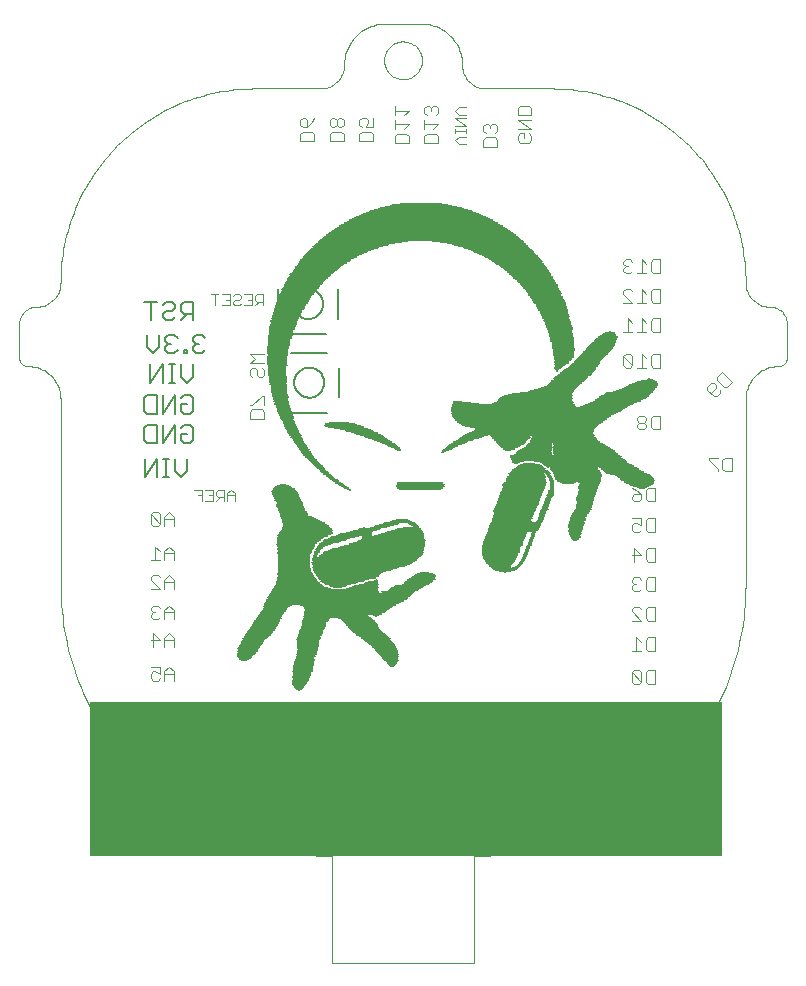
<source format=gbo>
G75*
%MOIN*%
%OFA0B0*%
%FSLAX24Y24*%
%IPPOS*%
%LPD*%
%AMOC8*
5,1,8,0,0,1.08239X$1,22.5*
%
%ADD10C,0.0000*%
%ADD11C,0.0030*%
%ADD12C,0.0040*%
%ADD13C,0.0050*%
%ADD14R,2.1063X0.5118*%
%ADD15C,0.0080*%
%ADD16R,0.0040X0.0020*%
%ADD17R,0.0180X0.0020*%
%ADD18R,0.0220X0.0020*%
%ADD19R,0.0280X0.0020*%
%ADD20R,0.0300X0.0020*%
%ADD21R,0.0320X0.0020*%
%ADD22R,0.0360X0.0020*%
%ADD23R,0.0420X0.0020*%
%ADD24R,0.0440X0.0020*%
%ADD25R,0.0460X0.0020*%
%ADD26R,0.0480X0.0020*%
%ADD27R,0.0500X0.0020*%
%ADD28R,0.0520X0.0020*%
%ADD29R,0.0540X0.0020*%
%ADD30R,0.0560X0.0020*%
%ADD31R,0.0580X0.0020*%
%ADD32R,0.0600X0.0020*%
%ADD33R,0.0620X0.0020*%
%ADD34R,0.0640X0.0020*%
%ADD35R,0.0660X0.0020*%
%ADD36R,0.0120X0.0020*%
%ADD37R,0.0140X0.0020*%
%ADD38R,0.0240X0.0020*%
%ADD39R,0.0680X0.0020*%
%ADD40R,0.0340X0.0020*%
%ADD41R,0.0400X0.0020*%
%ADD42R,0.0200X0.0020*%
%ADD43R,0.0700X0.0020*%
%ADD44R,0.0720X0.0020*%
%ADD45R,0.0740X0.0020*%
%ADD46R,0.0760X0.0020*%
%ADD47R,0.0780X0.0020*%
%ADD48R,0.0800X0.0020*%
%ADD49R,0.0820X0.0020*%
%ADD50R,0.0860X0.0020*%
%ADD51R,0.0840X0.0020*%
%ADD52R,0.0880X0.0020*%
%ADD53R,0.0900X0.0020*%
%ADD54R,0.0920X0.0020*%
%ADD55R,0.0940X0.0020*%
%ADD56R,0.0960X0.0020*%
%ADD57R,0.1000X0.0020*%
%ADD58R,0.0980X0.0020*%
%ADD59R,0.1020X0.0020*%
%ADD60R,0.1040X0.0020*%
%ADD61R,0.1060X0.0020*%
%ADD62R,0.1080X0.0020*%
%ADD63R,0.1100X0.0020*%
%ADD64R,0.1140X0.0020*%
%ADD65R,0.2220X0.0020*%
%ADD66R,0.2180X0.0020*%
%ADD67R,0.0060X0.0020*%
%ADD68R,0.2160X0.0020*%
%ADD69R,0.2140X0.0020*%
%ADD70R,0.2580X0.0020*%
%ADD71R,0.2620X0.0020*%
%ADD72R,0.2640X0.0020*%
%ADD73R,0.2680X0.0020*%
%ADD74R,0.2720X0.0020*%
%ADD75R,0.2740X0.0020*%
%ADD76R,0.2760X0.0020*%
%ADD77R,0.2800X0.0020*%
%ADD78R,0.2820X0.0020*%
%ADD79R,0.2860X0.0020*%
%ADD80R,0.2920X0.0020*%
%ADD81R,0.2980X0.0020*%
%ADD82R,0.1860X0.0020*%
%ADD83R,0.1160X0.0020*%
%ADD84R,0.3200X0.0020*%
%ADD85R,0.4420X0.0020*%
%ADD86R,0.3040X0.0020*%
%ADD87R,0.1340X0.0020*%
%ADD88R,0.4440X0.0020*%
%ADD89R,0.4540X0.0020*%
%ADD90R,0.4560X0.0020*%
%ADD91R,0.4600X0.0020*%
%ADD92R,0.4620X0.0020*%
%ADD93R,0.4640X0.0020*%
%ADD94R,0.4660X0.0020*%
%ADD95R,0.4680X0.0020*%
%ADD96R,0.4700X0.0020*%
%ADD97R,0.4720X0.0020*%
%ADD98R,0.4740X0.0020*%
%ADD99R,0.4760X0.0020*%
%ADD100R,0.3640X0.0020*%
%ADD101R,0.3600X0.0020*%
%ADD102R,0.3580X0.0020*%
%ADD103R,0.3560X0.0020*%
%ADD104R,0.3520X0.0020*%
%ADD105R,0.1920X0.0020*%
%ADD106R,0.1780X0.0020*%
%ADD107R,0.1760X0.0020*%
%ADD108R,0.1660X0.0020*%
%ADD109R,0.1620X0.0020*%
%ADD110R,0.1600X0.0020*%
%ADD111R,0.1540X0.0020*%
%ADD112R,0.1500X0.0020*%
%ADD113R,0.1460X0.0020*%
%ADD114R,0.1440X0.0020*%
%ADD115R,0.1420X0.0020*%
%ADD116R,0.1180X0.0020*%
%ADD117R,0.1400X0.0020*%
%ADD118R,0.1280X0.0020*%
%ADD119R,0.1360X0.0020*%
%ADD120R,0.1480X0.0020*%
%ADD121R,0.0020X0.0020*%
%ADD122R,0.1320X0.0020*%
%ADD123R,0.1640X0.0020*%
%ADD124R,0.1720X0.0020*%
%ADD125R,0.1260X0.0020*%
%ADD126R,0.1940X0.0020*%
%ADD127R,0.1220X0.0020*%
%ADD128R,0.2020X0.0020*%
%ADD129R,0.2040X0.0020*%
%ADD130R,0.1200X0.0020*%
%ADD131R,0.2100X0.0020*%
%ADD132R,0.2260X0.0020*%
%ADD133R,0.1120X0.0020*%
%ADD134R,0.2300X0.0020*%
%ADD135R,0.0080X0.0020*%
%ADD136R,0.2400X0.0020*%
%ADD137R,0.0380X0.0020*%
%ADD138R,0.2500X0.0020*%
%ADD139R,0.2600X0.0020*%
%ADD140R,0.2780X0.0020*%
%ADD141R,0.2900X0.0020*%
%ADD142R,0.0160X0.0020*%
%ADD143R,0.2960X0.0020*%
%ADD144R,0.3120X0.0020*%
%ADD145R,0.3240X0.0020*%
%ADD146R,0.3280X0.0020*%
%ADD147R,0.3340X0.0020*%
%ADD148R,0.3380X0.0020*%
%ADD149R,0.3420X0.0020*%
%ADD150R,0.3460X0.0020*%
%ADD151R,0.3480X0.0020*%
%ADD152R,0.3500X0.0020*%
%ADD153R,0.3540X0.0020*%
%ADD154R,0.0100X0.0020*%
%ADD155R,0.3360X0.0020*%
%ADD156R,0.3320X0.0020*%
%ADD157R,0.1240X0.0020*%
%ADD158R,0.3300X0.0020*%
%ADD159R,0.3220X0.0020*%
%ADD160R,0.3080X0.0020*%
%ADD161R,0.2940X0.0020*%
%ADD162R,0.2880X0.0020*%
%ADD163R,0.1300X0.0020*%
%ADD164R,0.2660X0.0020*%
%ADD165R,0.2560X0.0020*%
%ADD166R,0.2520X0.0020*%
%ADD167R,0.2480X0.0020*%
%ADD168R,0.2420X0.0020*%
%ADD169R,0.2360X0.0020*%
%ADD170R,0.1380X0.0020*%
%ADD171R,0.2240X0.0020*%
%ADD172R,0.2120X0.0020*%
%ADD173R,0.1520X0.0020*%
%ADD174R,0.0260X0.0020*%
%ADD175R,0.1560X0.0020*%
%ADD176R,0.1680X0.0020*%
%ADD177R,0.1700X0.0020*%
%ADD178R,0.1740X0.0020*%
%ADD179R,0.1800X0.0020*%
%ADD180R,0.1580X0.0020*%
%ADD181R,0.3060X0.0020*%
%ADD182R,0.3800X0.0020*%
%ADD183R,0.3780X0.0020*%
%ADD184R,0.3760X0.0020*%
%ADD185R,0.3740X0.0020*%
%ADD186R,0.3720X0.0020*%
%ADD187R,0.3700X0.0020*%
%ADD188R,0.2280X0.0020*%
%ADD189R,0.2080X0.0020*%
%ADD190R,0.1980X0.0020*%
%ADD191R,0.1880X0.0020*%
%ADD192R,0.2200X0.0020*%
%ADD193R,0.3440X0.0020*%
%ADD194R,0.4220X0.0020*%
%ADD195R,0.4180X0.0020*%
%ADD196R,0.4140X0.0020*%
%ADD197R,0.4120X0.0020*%
%ADD198R,0.4040X0.0020*%
%ADD199R,0.4000X0.0020*%
%ADD200R,0.3960X0.0020*%
%ADD201R,0.4020X0.0020*%
%ADD202R,0.4240X0.0020*%
%ADD203R,0.4380X0.0020*%
%ADD204R,0.4460X0.0020*%
%ADD205R,0.4520X0.0020*%
%ADD206R,0.4840X0.0020*%
%ADD207R,0.4880X0.0020*%
%ADD208R,0.4920X0.0020*%
%ADD209R,0.4980X0.0020*%
%ADD210R,0.5000X0.0020*%
%ADD211R,0.5080X0.0020*%
%ADD212R,0.5100X0.0020*%
%ADD213R,0.5120X0.0020*%
%ADD214R,0.5180X0.0020*%
%ADD215R,0.5240X0.0020*%
%ADD216R,0.5260X0.0020*%
%ADD217R,0.5300X0.0020*%
%ADD218R,0.5360X0.0020*%
%ADD219R,0.5380X0.0020*%
%ADD220R,0.5460X0.0020*%
%ADD221R,0.5500X0.0020*%
%ADD222R,0.5560X0.0020*%
%ADD223R,0.5640X0.0020*%
%ADD224R,0.5660X0.0020*%
%ADD225R,0.5680X0.0020*%
%ADD226R,0.5720X0.0020*%
%ADD227R,0.5740X0.0020*%
%ADD228R,0.5780X0.0020*%
%ADD229R,0.5800X0.0020*%
%ADD230R,0.5860X0.0020*%
%ADD231R,0.4160X0.0020*%
%ADD232R,0.4100X0.0020*%
%ADD233R,0.4080X0.0020*%
%ADD234R,0.4060X0.0020*%
%ADD235R,0.2700X0.0020*%
%ADD236R,0.2540X0.0020*%
%ADD237R,0.2460X0.0020*%
%ADD238R,0.2440X0.0020*%
%ADD239R,0.1820X0.0020*%
%ADD240R,0.1840X0.0020*%
%ADD241R,0.2000X0.0020*%
%ADD242R,0.2060X0.0020*%
%ADD243R,0.2320X0.0020*%
%ADD244R,0.2340X0.0020*%
%ADD245R,0.6760X0.0020*%
%ADD246R,0.6700X0.0020*%
%ADD247R,0.6660X0.0020*%
%ADD248R,0.6580X0.0020*%
%ADD249R,0.6560X0.0020*%
%ADD250R,0.6480X0.0020*%
%ADD251R,0.6420X0.0020*%
%ADD252R,0.6360X0.0020*%
%ADD253R,0.6320X0.0020*%
%ADD254R,0.6260X0.0020*%
%ADD255R,0.6200X0.0020*%
%ADD256R,0.6140X0.0020*%
%ADD257R,0.6120X0.0020*%
%ADD258R,0.6020X0.0020*%
%ADD259R,0.6000X0.0020*%
%ADD260R,0.5960X0.0020*%
%ADD261R,0.5820X0.0020*%
%ADD262R,0.5760X0.0020*%
%ADD263R,0.5600X0.0020*%
%ADD264R,0.5480X0.0020*%
%ADD265R,0.5400X0.0020*%
%ADD266R,0.5140X0.0020*%
%ADD267R,0.5040X0.0020*%
%ADD268R,0.4960X0.0020*%
%ADD269R,0.4860X0.0020*%
%ADD270R,0.4820X0.0020*%
%ADD271R,0.4780X0.0020*%
%ADD272R,0.4500X0.0020*%
%ADD273R,0.4320X0.0020*%
%ADD274R,0.4280X0.0020*%
%ADD275R,0.3880X0.0020*%
%ADD276R,0.3820X0.0020*%
%ADD277R,0.3680X0.0020*%
%ADD278R,0.2840X0.0020*%
D10*
X010533Y001133D02*
X015257Y001133D01*
X015257Y004677D01*
X010533Y004677D02*
X010533Y001133D01*
X010533Y004677D02*
X010314Y004680D01*
X010096Y004688D01*
X009877Y004701D01*
X009659Y004719D01*
X009442Y004743D01*
X009225Y004772D01*
X009009Y004806D01*
X008793Y004846D01*
X008579Y004890D01*
X008366Y004940D01*
X008154Y004995D01*
X007944Y005055D01*
X007735Y005120D01*
X007528Y005190D01*
X007322Y005265D01*
X007118Y005345D01*
X006917Y005430D01*
X006717Y005520D01*
X006520Y005615D01*
X006325Y005714D01*
X006132Y005818D01*
X005942Y005927D01*
X005755Y006040D01*
X005571Y006158D01*
X005389Y006280D01*
X005211Y006406D01*
X005035Y006537D01*
X004863Y006672D01*
X004694Y006811D01*
X004528Y006954D01*
X004366Y007101D01*
X004208Y007252D01*
X004053Y007407D01*
X003902Y007565D01*
X003755Y007727D01*
X003612Y007893D01*
X003473Y008062D01*
X003338Y008234D01*
X003207Y008410D01*
X003081Y008588D01*
X002959Y008770D01*
X002841Y008954D01*
X002728Y009141D01*
X002619Y009331D01*
X002515Y009524D01*
X002416Y009719D01*
X002321Y009916D01*
X002231Y010116D01*
X002146Y010317D01*
X002066Y010521D01*
X001991Y010727D01*
X001921Y010934D01*
X001856Y011143D01*
X001796Y011353D01*
X001741Y011565D01*
X001691Y011778D01*
X001647Y011992D01*
X001607Y012208D01*
X001573Y012424D01*
X001544Y012641D01*
X001520Y012858D01*
X001502Y013076D01*
X001489Y013295D01*
X001481Y013513D01*
X001478Y013732D01*
X001478Y019916D01*
X001476Y019980D01*
X001471Y020044D01*
X001461Y020107D01*
X001448Y020170D01*
X001432Y020231D01*
X001412Y020292D01*
X001388Y020352D01*
X001361Y020410D01*
X001331Y020466D01*
X001297Y020520D01*
X001260Y020573D01*
X001221Y020623D01*
X001178Y020671D01*
X001133Y020716D01*
X001085Y020759D01*
X001035Y020798D01*
X000982Y020835D01*
X000928Y020869D01*
X000872Y020899D01*
X000814Y020926D01*
X000754Y020950D01*
X000693Y020970D01*
X000632Y020986D01*
X000569Y020999D01*
X000506Y021009D01*
X000442Y021014D01*
X000378Y021016D01*
X000347Y021018D01*
X000316Y021023D01*
X000286Y021032D01*
X000257Y021044D01*
X000230Y021059D01*
X000205Y021077D01*
X000181Y021097D01*
X000161Y021121D01*
X000143Y021146D01*
X000128Y021173D01*
X000116Y021202D01*
X000107Y021232D01*
X000102Y021263D01*
X000100Y021294D01*
X000100Y022427D01*
X000102Y022473D01*
X000108Y022519D01*
X000117Y022564D01*
X000130Y022608D01*
X000147Y022651D01*
X000167Y022692D01*
X000191Y022732D01*
X000217Y022769D01*
X000247Y022804D01*
X000280Y022837D01*
X000315Y022867D01*
X000352Y022893D01*
X000392Y022917D01*
X000433Y022937D01*
X000476Y022954D01*
X000520Y022967D01*
X000565Y022976D01*
X000611Y022982D01*
X000657Y022984D01*
X000713Y022986D01*
X000769Y022992D01*
X000824Y023001D01*
X000879Y023014D01*
X000932Y023031D01*
X000984Y023052D01*
X001035Y023076D01*
X001084Y023104D01*
X001130Y023134D01*
X001175Y023168D01*
X001217Y023205D01*
X001257Y023245D01*
X001294Y023287D01*
X001328Y023332D01*
X001358Y023378D01*
X001386Y023427D01*
X001410Y023478D01*
X001431Y023530D01*
X001448Y023583D01*
X001461Y023638D01*
X001470Y023693D01*
X001476Y023749D01*
X001478Y023805D01*
X001480Y023964D01*
X001486Y024122D01*
X001496Y024280D01*
X001509Y024438D01*
X001527Y024596D01*
X001548Y024753D01*
X001573Y024910D01*
X001602Y025066D01*
X001635Y025221D01*
X001672Y025375D01*
X001712Y025528D01*
X001756Y025681D01*
X001804Y025832D01*
X001856Y025982D01*
X001911Y026131D01*
X001970Y026278D01*
X002032Y026424D01*
X002098Y026568D01*
X002168Y026710D01*
X002241Y026851D01*
X002317Y026990D01*
X002397Y027127D01*
X002481Y027262D01*
X002567Y027395D01*
X002657Y027526D01*
X002750Y027654D01*
X002846Y027781D01*
X002945Y027904D01*
X003047Y028026D01*
X003152Y028145D01*
X003260Y028261D01*
X003371Y028374D01*
X003484Y028485D01*
X003600Y028593D01*
X003719Y028698D01*
X003841Y028800D01*
X003964Y028899D01*
X004091Y028995D01*
X004219Y029088D01*
X004350Y029178D01*
X004483Y029264D01*
X004618Y029348D01*
X004755Y029428D01*
X004894Y029504D01*
X005035Y029577D01*
X005177Y029647D01*
X005321Y029713D01*
X005467Y029775D01*
X005614Y029834D01*
X005763Y029889D01*
X005913Y029941D01*
X006064Y029989D01*
X006217Y030033D01*
X006370Y030073D01*
X006524Y030110D01*
X006679Y030143D01*
X006835Y030172D01*
X006992Y030197D01*
X007149Y030218D01*
X007307Y030236D01*
X007465Y030249D01*
X007623Y030259D01*
X007781Y030265D01*
X007940Y030267D01*
X010125Y030267D01*
X010139Y030268D02*
X010193Y030270D01*
X010246Y030275D01*
X010299Y030284D01*
X010351Y030297D01*
X010403Y030313D01*
X010453Y030333D01*
X010501Y030356D01*
X010548Y030383D01*
X010593Y030412D01*
X010636Y030445D01*
X010676Y030480D01*
X010714Y030518D01*
X010749Y030558D01*
X010782Y030601D01*
X010811Y030646D01*
X010838Y030693D01*
X010861Y030741D01*
X010881Y030791D01*
X010897Y030843D01*
X010910Y030895D01*
X010919Y030948D01*
X010924Y031001D01*
X010926Y031055D01*
X010927Y031055D02*
X010929Y031127D01*
X010935Y031199D01*
X010944Y031271D01*
X010957Y031342D01*
X010974Y031412D01*
X010994Y031481D01*
X011019Y031549D01*
X011046Y031615D01*
X011077Y031681D01*
X011112Y031744D01*
X011149Y031806D01*
X011190Y031865D01*
X011234Y031922D01*
X011281Y031977D01*
X011331Y032029D01*
X011383Y032079D01*
X011438Y032126D01*
X011495Y032170D01*
X011554Y032211D01*
X011616Y032248D01*
X011679Y032283D01*
X011745Y032314D01*
X011811Y032341D01*
X011879Y032366D01*
X011948Y032386D01*
X012018Y032403D01*
X012089Y032416D01*
X012161Y032425D01*
X012233Y032431D01*
X012305Y032433D01*
X013486Y032433D01*
X012265Y031205D02*
X012267Y031255D01*
X012273Y031305D01*
X012283Y031354D01*
X012297Y031402D01*
X012314Y031449D01*
X012335Y031494D01*
X012360Y031538D01*
X012388Y031579D01*
X012420Y031618D01*
X012454Y031655D01*
X012491Y031689D01*
X012531Y031719D01*
X012573Y031746D01*
X012617Y031770D01*
X012663Y031791D01*
X012710Y031807D01*
X012758Y031820D01*
X012808Y031829D01*
X012857Y031834D01*
X012908Y031835D01*
X012958Y031832D01*
X013007Y031825D01*
X013056Y031814D01*
X013104Y031799D01*
X013150Y031781D01*
X013195Y031759D01*
X013238Y031733D01*
X013279Y031704D01*
X013318Y031672D01*
X013354Y031637D01*
X013386Y031599D01*
X013416Y031559D01*
X013443Y031516D01*
X013466Y031472D01*
X013485Y031426D01*
X013501Y031378D01*
X013513Y031329D01*
X013521Y031280D01*
X013525Y031230D01*
X013525Y031180D01*
X013521Y031130D01*
X013513Y031081D01*
X013501Y031032D01*
X013485Y030984D01*
X013466Y030938D01*
X013443Y030894D01*
X013416Y030851D01*
X013386Y030811D01*
X013354Y030773D01*
X013318Y030738D01*
X013279Y030706D01*
X013238Y030677D01*
X013195Y030651D01*
X013150Y030629D01*
X013104Y030611D01*
X013056Y030596D01*
X013007Y030585D01*
X012958Y030578D01*
X012908Y030575D01*
X012857Y030576D01*
X012808Y030581D01*
X012758Y030590D01*
X012710Y030603D01*
X012663Y030619D01*
X012617Y030640D01*
X012573Y030664D01*
X012531Y030691D01*
X012491Y030721D01*
X012454Y030755D01*
X012420Y030792D01*
X012388Y030831D01*
X012360Y030872D01*
X012335Y030916D01*
X012314Y030961D01*
X012297Y031008D01*
X012283Y031056D01*
X012273Y031105D01*
X012267Y031155D01*
X012265Y031205D01*
X013486Y032433D02*
X013558Y032431D01*
X013630Y032425D01*
X013702Y032416D01*
X013773Y032403D01*
X013843Y032386D01*
X013912Y032366D01*
X013980Y032341D01*
X014046Y032314D01*
X014112Y032283D01*
X014175Y032248D01*
X014237Y032211D01*
X014296Y032170D01*
X014353Y032126D01*
X014408Y032079D01*
X014460Y032029D01*
X014510Y031977D01*
X014557Y031922D01*
X014601Y031865D01*
X014642Y031806D01*
X014679Y031744D01*
X014714Y031681D01*
X014745Y031615D01*
X014772Y031549D01*
X014797Y031481D01*
X014817Y031412D01*
X014834Y031342D01*
X014847Y031271D01*
X014856Y031199D01*
X014862Y031127D01*
X014864Y031055D01*
X014866Y031001D01*
X014871Y030948D01*
X014880Y030895D01*
X014893Y030843D01*
X014909Y030791D01*
X014929Y030741D01*
X014952Y030693D01*
X014979Y030646D01*
X015008Y030601D01*
X015041Y030558D01*
X015076Y030518D01*
X015114Y030480D01*
X015154Y030445D01*
X015197Y030412D01*
X015242Y030383D01*
X015289Y030356D01*
X015337Y030333D01*
X015387Y030313D01*
X015439Y030297D01*
X015491Y030284D01*
X015544Y030275D01*
X015597Y030270D01*
X015651Y030268D01*
X015665Y030267D02*
X017850Y030267D01*
X018009Y030265D01*
X018167Y030259D01*
X018325Y030249D01*
X018483Y030236D01*
X018641Y030218D01*
X018798Y030197D01*
X018955Y030172D01*
X019111Y030143D01*
X019266Y030110D01*
X019420Y030073D01*
X019573Y030033D01*
X019726Y029989D01*
X019877Y029941D01*
X020027Y029889D01*
X020176Y029834D01*
X020323Y029775D01*
X020469Y029713D01*
X020613Y029647D01*
X020755Y029577D01*
X020896Y029504D01*
X021035Y029428D01*
X021172Y029348D01*
X021307Y029264D01*
X021440Y029178D01*
X021571Y029088D01*
X021699Y028995D01*
X021826Y028899D01*
X021949Y028800D01*
X022071Y028698D01*
X022190Y028593D01*
X022306Y028485D01*
X022419Y028374D01*
X022530Y028261D01*
X022638Y028145D01*
X022743Y028026D01*
X022845Y027904D01*
X022944Y027781D01*
X023040Y027654D01*
X023133Y027526D01*
X023223Y027395D01*
X023309Y027262D01*
X023393Y027127D01*
X023473Y026990D01*
X023549Y026851D01*
X023622Y026710D01*
X023692Y026568D01*
X023758Y026424D01*
X023820Y026278D01*
X023879Y026131D01*
X023934Y025982D01*
X023986Y025832D01*
X024034Y025681D01*
X024078Y025528D01*
X024118Y025375D01*
X024155Y025221D01*
X024188Y025066D01*
X024217Y024910D01*
X024242Y024753D01*
X024263Y024596D01*
X024281Y024438D01*
X024294Y024280D01*
X024304Y024122D01*
X024310Y023964D01*
X024312Y023805D01*
X024313Y023805D02*
X024315Y023749D01*
X024321Y023693D01*
X024330Y023638D01*
X024343Y023583D01*
X024360Y023530D01*
X024381Y023478D01*
X024405Y023427D01*
X024433Y023378D01*
X024463Y023332D01*
X024497Y023287D01*
X024534Y023245D01*
X024574Y023205D01*
X024616Y023168D01*
X024661Y023134D01*
X024707Y023104D01*
X024756Y023076D01*
X024807Y023052D01*
X024859Y023031D01*
X024912Y023014D01*
X024967Y023001D01*
X025022Y022992D01*
X025078Y022986D01*
X025134Y022984D01*
X025180Y022982D01*
X025226Y022976D01*
X025271Y022967D01*
X025315Y022954D01*
X025358Y022937D01*
X025399Y022917D01*
X025439Y022893D01*
X025476Y022867D01*
X025511Y022837D01*
X025544Y022804D01*
X025574Y022769D01*
X025600Y022732D01*
X025624Y022692D01*
X025644Y022651D01*
X025661Y022608D01*
X025674Y022564D01*
X025683Y022519D01*
X025689Y022473D01*
X025691Y022427D01*
X025691Y021294D01*
X025690Y021294D02*
X025688Y021263D01*
X025683Y021232D01*
X025674Y021202D01*
X025662Y021173D01*
X025647Y021146D01*
X025629Y021121D01*
X025609Y021097D01*
X025585Y021077D01*
X025560Y021059D01*
X025533Y021044D01*
X025504Y021032D01*
X025474Y021023D01*
X025443Y021018D01*
X025412Y021016D01*
X025348Y021014D01*
X025284Y021009D01*
X025221Y020999D01*
X025158Y020986D01*
X025097Y020970D01*
X025036Y020950D01*
X024976Y020926D01*
X024918Y020899D01*
X024862Y020869D01*
X024808Y020835D01*
X024755Y020798D01*
X024705Y020759D01*
X024657Y020716D01*
X024612Y020671D01*
X024569Y020623D01*
X024530Y020573D01*
X024493Y020520D01*
X024459Y020466D01*
X024429Y020410D01*
X024402Y020352D01*
X024378Y020292D01*
X024358Y020231D01*
X024342Y020170D01*
X024329Y020107D01*
X024319Y020044D01*
X024314Y019980D01*
X024312Y019916D01*
X024313Y019916D02*
X024313Y013732D01*
X024312Y013732D02*
X024309Y013513D01*
X024301Y013295D01*
X024288Y013076D01*
X024270Y012858D01*
X024246Y012641D01*
X024217Y012424D01*
X024183Y012208D01*
X024143Y011992D01*
X024099Y011778D01*
X024049Y011565D01*
X023994Y011353D01*
X023934Y011143D01*
X023869Y010934D01*
X023799Y010727D01*
X023724Y010521D01*
X023644Y010317D01*
X023559Y010116D01*
X023469Y009916D01*
X023374Y009719D01*
X023275Y009524D01*
X023171Y009331D01*
X023062Y009141D01*
X022949Y008954D01*
X022831Y008770D01*
X022709Y008588D01*
X022583Y008410D01*
X022452Y008234D01*
X022317Y008062D01*
X022178Y007893D01*
X022035Y007727D01*
X021888Y007565D01*
X021737Y007407D01*
X021582Y007252D01*
X021424Y007101D01*
X021262Y006954D01*
X021096Y006811D01*
X020927Y006672D01*
X020755Y006537D01*
X020579Y006406D01*
X020401Y006280D01*
X020219Y006158D01*
X020035Y006040D01*
X019848Y005927D01*
X019658Y005818D01*
X019465Y005714D01*
X019270Y005615D01*
X019073Y005520D01*
X018873Y005430D01*
X018672Y005345D01*
X018468Y005265D01*
X018262Y005190D01*
X018055Y005120D01*
X017846Y005055D01*
X017636Y004995D01*
X017424Y004940D01*
X017211Y004890D01*
X016997Y004846D01*
X016781Y004806D01*
X016565Y004772D01*
X016348Y004743D01*
X016131Y004719D01*
X015913Y004701D01*
X015694Y004688D01*
X015476Y004680D01*
X015257Y004677D01*
D11*
X007284Y016520D02*
X007284Y016767D01*
X007160Y016891D01*
X007037Y016767D01*
X007037Y016520D01*
X006915Y016520D02*
X006915Y016891D01*
X006730Y016891D01*
X006668Y016829D01*
X006668Y016705D01*
X006730Y016644D01*
X006915Y016644D01*
X006792Y016644D02*
X006668Y016520D01*
X006547Y016520D02*
X006300Y016520D01*
X006179Y016520D02*
X006179Y016891D01*
X005932Y016891D01*
X006055Y016705D02*
X006179Y016705D01*
X006300Y016891D02*
X006547Y016891D01*
X006547Y016520D01*
X006547Y016705D02*
X006424Y016705D01*
X007037Y016705D02*
X007284Y016705D01*
X007293Y023037D02*
X007417Y023037D01*
X007478Y023099D01*
X007600Y023037D02*
X007847Y023037D01*
X007847Y023408D01*
X007600Y023408D01*
X007478Y023346D02*
X007478Y023284D01*
X007417Y023222D01*
X007293Y023222D01*
X007231Y023161D01*
X007231Y023099D01*
X007293Y023037D01*
X007110Y023037D02*
X007110Y023408D01*
X006863Y023408D01*
X006742Y023408D02*
X006495Y023408D01*
X006618Y023408D02*
X006618Y023037D01*
X006863Y023037D02*
X007110Y023037D01*
X007110Y023222D02*
X006987Y023222D01*
X007231Y023346D02*
X007293Y023408D01*
X007417Y023408D01*
X007478Y023346D01*
X007723Y023222D02*
X007847Y023222D01*
X007968Y023222D02*
X008030Y023161D01*
X008215Y023161D01*
X008091Y023161D02*
X007968Y023037D01*
X007968Y023222D02*
X007968Y023346D01*
X008030Y023408D01*
X008215Y023408D01*
X008215Y023037D01*
X014622Y028540D02*
X014746Y028663D01*
X014993Y028663D01*
X014993Y028785D02*
X014993Y028908D01*
X014993Y028847D02*
X014622Y028847D01*
X014622Y028908D02*
X014622Y028785D01*
X014622Y028540D02*
X014746Y028417D01*
X014993Y028417D01*
X014993Y029030D02*
X014622Y029277D01*
X014993Y029277D01*
X014993Y029399D02*
X014746Y029399D01*
X014622Y029522D01*
X014746Y029646D01*
X014993Y029646D01*
X014993Y029030D02*
X014622Y029030D01*
D12*
X004710Y010528D02*
X004557Y010528D01*
X004480Y010605D01*
X004480Y010759D01*
X004557Y010835D01*
X004633Y010835D01*
X004787Y010759D01*
X004787Y010989D01*
X004480Y010989D01*
X004787Y010605D02*
X004710Y010528D01*
X004940Y010528D02*
X004940Y010835D01*
X005094Y010989D01*
X005247Y010835D01*
X005247Y010528D01*
X005247Y010759D02*
X004940Y010759D01*
X004940Y011654D02*
X004940Y011961D01*
X005094Y012114D01*
X005247Y011961D01*
X005247Y011654D01*
X005247Y011884D02*
X004940Y011884D01*
X004787Y011884D02*
X004480Y011884D01*
X004557Y011654D02*
X004557Y012114D01*
X004787Y011884D01*
X004710Y012572D02*
X004557Y012572D01*
X004480Y012649D01*
X004480Y012726D01*
X004557Y012802D01*
X004633Y012802D01*
X004557Y012802D02*
X004480Y012879D01*
X004480Y012956D01*
X004557Y013033D01*
X004710Y013033D01*
X004787Y012956D01*
X004940Y012879D02*
X004940Y012572D01*
X004787Y012649D02*
X004710Y012572D01*
X004940Y012802D02*
X005247Y012802D01*
X005247Y012879D02*
X005094Y013033D01*
X004940Y012879D01*
X005247Y012879D02*
X005247Y012572D01*
X005247Y013591D02*
X005247Y013898D01*
X005094Y014051D01*
X004940Y013898D01*
X004940Y013591D01*
X004787Y013591D02*
X004480Y013898D01*
X004480Y013974D01*
X004557Y014051D01*
X004710Y014051D01*
X004787Y013974D01*
X004940Y013821D02*
X005247Y013821D01*
X004787Y013591D02*
X004480Y013591D01*
X004480Y014539D02*
X004787Y014539D01*
X004940Y014539D02*
X004940Y014846D01*
X005094Y015000D01*
X005247Y014846D01*
X005247Y014539D01*
X005247Y014769D02*
X004940Y014769D01*
X004787Y014846D02*
X004633Y015000D01*
X004633Y014539D01*
X004557Y015685D02*
X004710Y015685D01*
X004787Y015761D01*
X004480Y016068D01*
X004480Y015761D01*
X004557Y015685D01*
X004787Y015761D02*
X004787Y016068D01*
X004710Y016145D01*
X004557Y016145D01*
X004480Y016068D01*
X004940Y015992D02*
X004940Y015685D01*
X004940Y015915D02*
X005247Y015915D01*
X005247Y015992D02*
X005247Y015685D01*
X005247Y015992D02*
X005094Y016145D01*
X004940Y015992D01*
X007797Y019264D02*
X007797Y019494D01*
X007874Y019570D01*
X008181Y019570D01*
X008258Y019494D01*
X008258Y019264D01*
X007797Y019264D01*
X007797Y019724D02*
X007874Y019724D01*
X008181Y020031D01*
X008258Y020031D01*
X008258Y019724D01*
X008181Y020645D02*
X008104Y020645D01*
X008027Y020721D01*
X008027Y020875D01*
X007951Y020952D01*
X007874Y020952D01*
X007797Y020875D01*
X007797Y020721D01*
X007874Y020645D01*
X008181Y020645D02*
X008258Y020721D01*
X008258Y020875D01*
X008181Y020952D01*
X008258Y021105D02*
X007797Y021105D01*
X007951Y021259D01*
X007797Y021412D01*
X008258Y021412D01*
X009467Y028526D02*
X009467Y028756D01*
X009544Y028833D01*
X009851Y028833D01*
X009927Y028756D01*
X009927Y028526D01*
X009467Y028526D01*
X009544Y028986D02*
X009467Y029063D01*
X009467Y029216D01*
X009544Y029293D01*
X009620Y029293D01*
X009697Y029216D01*
X009697Y028986D01*
X009544Y028986D01*
X009697Y028986D02*
X009851Y029140D01*
X009927Y029293D01*
X010451Y029216D02*
X010451Y029063D01*
X010528Y028986D01*
X010605Y028986D01*
X010681Y029063D01*
X010681Y029216D01*
X010605Y029293D01*
X010528Y029293D01*
X010451Y029216D01*
X010681Y029216D02*
X010758Y029293D01*
X010835Y029293D01*
X010911Y029216D01*
X010911Y029063D01*
X010835Y028986D01*
X010758Y028986D01*
X010681Y029063D01*
X010528Y028833D02*
X010835Y028833D01*
X010911Y028756D01*
X010911Y028526D01*
X010451Y028526D01*
X010451Y028756D01*
X010528Y028833D01*
X011435Y028756D02*
X011435Y028526D01*
X011896Y028526D01*
X011896Y028756D01*
X011819Y028833D01*
X011512Y028833D01*
X011435Y028756D01*
X011512Y028986D02*
X011435Y029063D01*
X011435Y029216D01*
X011512Y029293D01*
X011666Y029293D01*
X011742Y029216D01*
X011742Y029140D01*
X011666Y028986D01*
X011896Y028986D01*
X011896Y029293D01*
X012616Y029226D02*
X012616Y028919D01*
X012616Y029073D02*
X013077Y029073D01*
X012923Y028919D01*
X013000Y028766D02*
X013077Y028689D01*
X013077Y028459D01*
X012616Y028459D01*
X012616Y028689D01*
X012693Y028766D01*
X013000Y028766D01*
X013601Y028689D02*
X013601Y028459D01*
X014061Y028459D01*
X014061Y028689D01*
X013984Y028766D01*
X013677Y028766D01*
X013601Y028689D01*
X013601Y028919D02*
X013601Y029226D01*
X013601Y029073D02*
X014061Y029073D01*
X013908Y028919D01*
X013984Y029380D02*
X014061Y029457D01*
X014061Y029610D01*
X013984Y029687D01*
X013908Y029687D01*
X013831Y029610D01*
X013754Y029687D01*
X013677Y029687D01*
X013601Y029610D01*
X013601Y029457D01*
X013677Y029380D01*
X013831Y029533D02*
X013831Y029610D01*
X013077Y029533D02*
X012616Y029533D01*
X012616Y029380D02*
X012616Y029687D01*
X012923Y029380D02*
X013077Y029533D01*
X015569Y029019D02*
X015569Y028866D01*
X015646Y028789D01*
X015646Y028636D02*
X015953Y028636D01*
X016030Y028559D01*
X016030Y028329D01*
X015569Y028329D01*
X015569Y028559D01*
X015646Y028636D01*
X015799Y028943D02*
X015799Y029019D01*
X015723Y029096D01*
X015646Y029096D01*
X015569Y029019D01*
X015799Y029019D02*
X015876Y029096D01*
X015953Y029096D01*
X016030Y029019D01*
X016030Y028866D01*
X015953Y028789D01*
X016712Y028696D02*
X016712Y028542D01*
X016789Y028465D01*
X017096Y028465D01*
X017172Y028542D01*
X017172Y028696D01*
X017096Y028772D01*
X016942Y028772D02*
X016942Y028619D01*
X016942Y028772D02*
X016789Y028772D01*
X016712Y028696D01*
X016712Y028926D02*
X017172Y028926D01*
X016712Y029233D01*
X017172Y029233D01*
X017172Y029386D02*
X017172Y029616D01*
X017096Y029693D01*
X016789Y029693D01*
X016712Y029616D01*
X016712Y029386D01*
X017172Y029386D01*
X020310Y024570D02*
X020233Y024493D01*
X020233Y024417D01*
X020310Y024340D01*
X020233Y024263D01*
X020233Y024186D01*
X020310Y024110D01*
X020463Y024110D01*
X020540Y024186D01*
X020693Y024110D02*
X021000Y024110D01*
X020847Y024110D02*
X020847Y024570D01*
X021000Y024417D01*
X021154Y024493D02*
X021154Y024186D01*
X021231Y024110D01*
X021461Y024110D01*
X021461Y024570D01*
X021231Y024570D01*
X021154Y024493D01*
X020540Y024493D02*
X020463Y024570D01*
X020310Y024570D01*
X020310Y024340D02*
X020387Y024340D01*
X020310Y023586D02*
X020463Y023586D01*
X020540Y023509D01*
X020310Y023586D02*
X020233Y023509D01*
X020233Y023432D01*
X020540Y023125D01*
X020233Y023125D01*
X020693Y023125D02*
X021000Y023125D01*
X020847Y023125D02*
X020847Y023586D01*
X021000Y023432D01*
X021154Y023509D02*
X021154Y023202D01*
X021231Y023125D01*
X021461Y023125D01*
X021461Y023586D01*
X021231Y023586D01*
X021154Y023509D01*
X021231Y022602D02*
X021461Y022602D01*
X021461Y022141D01*
X021231Y022141D01*
X021154Y022218D01*
X021154Y022525D01*
X021231Y022602D01*
X021000Y022448D02*
X020847Y022602D01*
X020847Y022141D01*
X021000Y022141D02*
X020693Y022141D01*
X020540Y022141D02*
X020233Y022141D01*
X020387Y022141D02*
X020387Y022602D01*
X020540Y022448D01*
X020463Y021420D02*
X020310Y021420D01*
X020233Y021344D01*
X020540Y021037D01*
X020463Y020960D01*
X020310Y020960D01*
X020233Y021037D01*
X020233Y021344D01*
X020463Y021420D02*
X020540Y021344D01*
X020540Y021037D01*
X020693Y020960D02*
X021000Y020960D01*
X020847Y020960D02*
X020847Y021420D01*
X021000Y021267D01*
X021154Y021344D02*
X021154Y021037D01*
X021231Y020960D01*
X021461Y020960D01*
X021461Y021420D01*
X021231Y021420D01*
X021154Y021344D01*
X021231Y019363D02*
X021461Y019363D01*
X021461Y018903D01*
X021231Y018903D01*
X021154Y018980D01*
X021154Y019286D01*
X021231Y019363D01*
X021000Y019286D02*
X021000Y019210D01*
X020924Y019133D01*
X020770Y019133D01*
X020693Y019056D01*
X020693Y018980D01*
X020770Y018903D01*
X020924Y018903D01*
X021000Y018980D01*
X021000Y019056D01*
X020924Y019133D01*
X020770Y019133D02*
X020693Y019210D01*
X020693Y019286D01*
X020770Y019363D01*
X020924Y019363D01*
X021000Y019286D01*
X021056Y016964D02*
X021287Y016964D01*
X021287Y016503D01*
X021056Y016503D01*
X020980Y016580D01*
X020980Y016887D01*
X021056Y016964D01*
X020826Y016734D02*
X020596Y016734D01*
X020519Y016657D01*
X020519Y016580D01*
X020596Y016503D01*
X020749Y016503D01*
X020826Y016580D01*
X020826Y016734D01*
X020673Y016887D01*
X020519Y016964D01*
X020519Y015944D02*
X020826Y015944D01*
X020826Y015714D01*
X020673Y015790D01*
X020596Y015790D01*
X020519Y015714D01*
X020519Y015560D01*
X020596Y015483D01*
X020749Y015483D01*
X020826Y015560D01*
X020980Y015560D02*
X020980Y015867D01*
X021056Y015944D01*
X021287Y015944D01*
X021287Y015483D01*
X021056Y015483D01*
X020980Y015560D01*
X021056Y014958D02*
X021287Y014958D01*
X021287Y014498D01*
X021056Y014498D01*
X020980Y014574D01*
X020980Y014881D01*
X021056Y014958D01*
X020826Y014728D02*
X020519Y014728D01*
X020596Y014958D02*
X020826Y014728D01*
X020596Y014498D02*
X020596Y014958D01*
X020596Y013974D02*
X020519Y013897D01*
X020519Y013820D01*
X020596Y013744D01*
X020519Y013667D01*
X020519Y013590D01*
X020596Y013513D01*
X020749Y013513D01*
X020826Y013590D01*
X020980Y013590D02*
X020980Y013897D01*
X021056Y013974D01*
X021287Y013974D01*
X021287Y013513D01*
X021056Y013513D01*
X020980Y013590D01*
X020826Y013897D02*
X020749Y013974D01*
X020596Y013974D01*
X020596Y013744D02*
X020673Y013744D01*
X020596Y012989D02*
X020749Y012989D01*
X020826Y012913D01*
X020980Y012913D02*
X020980Y012606D01*
X021056Y012529D01*
X021287Y012529D01*
X021287Y012989D01*
X021056Y012989D01*
X020980Y012913D01*
X020826Y012529D02*
X020519Y012836D01*
X020519Y012913D01*
X020596Y012989D01*
X020519Y012529D02*
X020826Y012529D01*
X020673Y011974D02*
X020673Y011513D01*
X020826Y011513D02*
X020519Y011513D01*
X020826Y011820D02*
X020673Y011974D01*
X020980Y011897D02*
X020980Y011590D01*
X021056Y011513D01*
X021287Y011513D01*
X021287Y011974D01*
X021056Y011974D01*
X020980Y011897D01*
X021056Y010884D02*
X021287Y010884D01*
X021287Y010423D01*
X021056Y010423D01*
X020980Y010500D01*
X020980Y010807D01*
X021056Y010884D01*
X020826Y010807D02*
X020826Y010500D01*
X020519Y010807D01*
X020519Y010500D01*
X020596Y010423D01*
X020749Y010423D01*
X020826Y010500D01*
X020826Y010807D02*
X020749Y010884D01*
X020596Y010884D01*
X020519Y010807D01*
X023385Y017503D02*
X023385Y017580D01*
X023078Y017887D01*
X023078Y017964D01*
X023385Y017964D01*
X023539Y017887D02*
X023615Y017964D01*
X023846Y017964D01*
X023846Y017503D01*
X023615Y017503D01*
X023539Y017580D01*
X023539Y017887D01*
X023366Y020005D02*
X023257Y020005D01*
X023040Y020222D01*
X023040Y020330D01*
X023149Y020439D01*
X023257Y020439D01*
X023311Y020384D01*
X023311Y020276D01*
X023149Y020113D01*
X023366Y020005D02*
X023474Y020113D01*
X023474Y020222D01*
X023583Y020330D02*
X023366Y020547D01*
X023366Y020656D01*
X023528Y020819D01*
X023854Y020493D01*
X023691Y020330D01*
X023583Y020330D01*
D13*
X006289Y021537D02*
X006188Y021436D01*
X005984Y021436D01*
X005882Y021537D01*
X005882Y021639D01*
X005984Y021741D01*
X006086Y021741D01*
X005984Y021741D02*
X005882Y021843D01*
X005882Y021945D01*
X005984Y022046D01*
X006188Y022046D01*
X006289Y021945D01*
X005896Y022550D02*
X005896Y023160D01*
X005590Y023160D01*
X005489Y023058D01*
X005489Y022855D01*
X005590Y022753D01*
X005896Y022753D01*
X005692Y022753D02*
X005489Y022550D01*
X005288Y022651D02*
X005186Y022550D01*
X004983Y022550D01*
X004881Y022651D01*
X004881Y022753D01*
X004983Y022855D01*
X005186Y022855D01*
X005288Y022957D01*
X005288Y023058D01*
X005186Y023160D01*
X004983Y023160D01*
X004881Y023058D01*
X004680Y023160D02*
X004273Y023160D01*
X004477Y023160D02*
X004477Y022550D01*
X004363Y022046D02*
X004363Y021639D01*
X004567Y021436D01*
X004770Y021639D01*
X004770Y022046D01*
X004971Y021945D02*
X004971Y021843D01*
X005073Y021741D01*
X004971Y021639D01*
X004971Y021537D01*
X005073Y021436D01*
X005276Y021436D01*
X005378Y021537D01*
X005580Y021537D02*
X005580Y021436D01*
X005682Y021436D01*
X005682Y021537D01*
X005580Y021537D01*
X005174Y021741D02*
X005073Y021741D01*
X004971Y021945D02*
X005073Y022046D01*
X005276Y022046D01*
X005378Y021945D01*
X005288Y021074D02*
X005084Y021074D01*
X005186Y021074D02*
X005186Y020463D01*
X005288Y020463D02*
X005084Y020463D01*
X004883Y020463D02*
X004883Y021074D01*
X004476Y020463D01*
X004476Y021074D01*
X004375Y020042D02*
X004680Y020042D01*
X004680Y019431D01*
X004375Y019431D01*
X004273Y019533D01*
X004273Y019940D01*
X004375Y020042D01*
X004881Y020042D02*
X004881Y019431D01*
X005288Y020042D01*
X005288Y019431D01*
X005489Y019533D02*
X005489Y019737D01*
X005692Y019737D01*
X005489Y019940D02*
X005590Y020042D01*
X005794Y020042D01*
X005896Y019940D01*
X005896Y019533D01*
X005794Y019431D01*
X005590Y019431D01*
X005489Y019533D01*
X005590Y019058D02*
X005794Y019058D01*
X005896Y018956D01*
X005896Y018549D01*
X005794Y018447D01*
X005590Y018447D01*
X005489Y018549D01*
X005489Y018752D01*
X005692Y018752D01*
X005489Y018956D02*
X005590Y019058D01*
X005288Y019058D02*
X004881Y018447D01*
X004881Y019058D01*
X004680Y019058D02*
X004375Y019058D01*
X004273Y018956D01*
X004273Y018549D01*
X004375Y018447D01*
X004680Y018447D01*
X004680Y019058D01*
X005288Y019058D02*
X005288Y018447D01*
X005292Y017924D02*
X005292Y017517D01*
X005495Y017313D01*
X005699Y017517D01*
X005699Y017924D01*
X005091Y017924D02*
X004888Y017924D01*
X004989Y017924D02*
X004989Y017313D01*
X004888Y017313D02*
X005091Y017313D01*
X004686Y017313D02*
X004686Y017924D01*
X004279Y017313D01*
X004279Y017924D01*
X005692Y020463D02*
X005489Y020666D01*
X005489Y021074D01*
X005896Y021074D02*
X005896Y020666D01*
X005692Y020463D01*
D14*
X012994Y007236D03*
D15*
X010368Y019463D02*
X009155Y019463D01*
X008762Y019975D02*
X008762Y020952D01*
X009155Y021463D02*
X010368Y021463D01*
X010762Y020963D02*
X010762Y019975D01*
X009262Y020463D02*
X009264Y020507D01*
X009270Y020551D01*
X009280Y020594D01*
X009293Y020636D01*
X009310Y020677D01*
X009331Y020716D01*
X009355Y020753D01*
X009382Y020788D01*
X009412Y020820D01*
X009445Y020850D01*
X009481Y020876D01*
X009518Y020900D01*
X009558Y020919D01*
X009599Y020936D01*
X009642Y020948D01*
X009685Y020957D01*
X009729Y020962D01*
X009773Y020963D01*
X009817Y020960D01*
X009861Y020953D01*
X009904Y020942D01*
X009946Y020928D01*
X009986Y020910D01*
X010025Y020888D01*
X010061Y020864D01*
X010095Y020836D01*
X010127Y020805D01*
X010156Y020771D01*
X010182Y020735D01*
X010204Y020697D01*
X010223Y020657D01*
X010238Y020615D01*
X010250Y020573D01*
X010258Y020529D01*
X010262Y020485D01*
X010262Y020441D01*
X010258Y020397D01*
X010250Y020353D01*
X010238Y020311D01*
X010223Y020269D01*
X010204Y020229D01*
X010182Y020191D01*
X010156Y020155D01*
X010127Y020121D01*
X010095Y020090D01*
X010061Y020062D01*
X010025Y020038D01*
X009986Y020016D01*
X009946Y019998D01*
X009904Y019984D01*
X009861Y019973D01*
X009817Y019966D01*
X009773Y019963D01*
X009729Y019964D01*
X009685Y019969D01*
X009642Y019978D01*
X009599Y019990D01*
X009558Y020007D01*
X009518Y020026D01*
X009481Y020050D01*
X009445Y020076D01*
X009412Y020106D01*
X009382Y020138D01*
X009355Y020173D01*
X009331Y020210D01*
X009310Y020249D01*
X009293Y020290D01*
X009280Y020332D01*
X009270Y020375D01*
X009264Y020419D01*
X009262Y020463D01*
X009125Y022083D02*
X010338Y022083D01*
X010732Y022595D02*
X010732Y023583D01*
X010338Y024083D02*
X009125Y024083D01*
X008732Y023572D02*
X008732Y022595D01*
X009232Y023083D02*
X009234Y023127D01*
X009240Y023171D01*
X009250Y023214D01*
X009263Y023256D01*
X009280Y023297D01*
X009301Y023336D01*
X009325Y023373D01*
X009352Y023408D01*
X009382Y023440D01*
X009415Y023470D01*
X009451Y023496D01*
X009488Y023520D01*
X009528Y023539D01*
X009569Y023556D01*
X009612Y023568D01*
X009655Y023577D01*
X009699Y023582D01*
X009743Y023583D01*
X009787Y023580D01*
X009831Y023573D01*
X009874Y023562D01*
X009916Y023548D01*
X009956Y023530D01*
X009995Y023508D01*
X010031Y023484D01*
X010065Y023456D01*
X010097Y023425D01*
X010126Y023391D01*
X010152Y023355D01*
X010174Y023317D01*
X010193Y023277D01*
X010208Y023235D01*
X010220Y023193D01*
X010228Y023149D01*
X010232Y023105D01*
X010232Y023061D01*
X010228Y023017D01*
X010220Y022973D01*
X010208Y022931D01*
X010193Y022889D01*
X010174Y022849D01*
X010152Y022811D01*
X010126Y022775D01*
X010097Y022741D01*
X010065Y022710D01*
X010031Y022682D01*
X009995Y022658D01*
X009956Y022636D01*
X009916Y022618D01*
X009874Y022604D01*
X009831Y022593D01*
X009787Y022586D01*
X009743Y022583D01*
X009699Y022584D01*
X009655Y022589D01*
X009612Y022598D01*
X009569Y022610D01*
X009528Y022627D01*
X009488Y022646D01*
X009451Y022670D01*
X009415Y022696D01*
X009382Y022726D01*
X009352Y022758D01*
X009325Y022793D01*
X009301Y022830D01*
X009280Y022869D01*
X009263Y022910D01*
X009250Y022952D01*
X009240Y022995D01*
X009234Y023039D01*
X009232Y023083D01*
D16*
X011133Y016848D03*
X009413Y010188D03*
X017713Y017628D03*
X018013Y020828D03*
X021093Y020568D03*
D17*
X020863Y016928D03*
X018643Y015208D03*
X017823Y016788D03*
X017843Y016828D03*
X017843Y016848D03*
X017723Y017408D03*
X017723Y017428D03*
X016663Y017768D03*
X014283Y018168D03*
X013323Y015648D03*
X010983Y016948D03*
X010943Y016968D03*
X010923Y016988D03*
X010823Y017048D03*
X010743Y017088D03*
X010743Y017108D03*
X010563Y017228D03*
X008883Y017048D03*
X010123Y014948D03*
X010083Y014908D03*
X010063Y014888D03*
X010063Y014868D03*
X010043Y014828D03*
X010023Y014808D03*
X010023Y014788D03*
X009423Y010208D03*
X018043Y020908D03*
D18*
X016403Y018188D03*
X017783Y016668D03*
X017783Y016648D03*
X017763Y016628D03*
X017743Y016588D03*
X017743Y016568D03*
X017743Y016548D03*
X017723Y016508D03*
X017703Y016488D03*
X017703Y016468D03*
X017703Y016448D03*
X017663Y016368D03*
X017663Y016348D03*
X017643Y016308D03*
X017623Y016268D03*
X017623Y016248D03*
X017603Y016208D03*
X017563Y016128D03*
X017563Y016108D03*
X017543Y016068D03*
X017523Y016028D03*
X017523Y016008D03*
X017483Y015928D03*
X017483Y015908D03*
X017483Y015888D03*
X017483Y015868D03*
X017463Y015848D03*
X017443Y015808D03*
X017423Y015788D03*
X017243Y015468D03*
X016623Y014268D03*
X017803Y016708D03*
X021123Y020548D03*
X014343Y018208D03*
X012723Y018228D03*
X012683Y018248D03*
X013263Y015708D03*
X013303Y015668D03*
X011983Y012688D03*
X012543Y011028D03*
X009423Y010228D03*
X007603Y011188D03*
X010143Y014968D03*
X010543Y017248D03*
X010503Y017268D03*
X010443Y017328D03*
X010423Y017348D03*
X010343Y017408D03*
X010323Y017428D03*
X010223Y017508D03*
X010223Y017528D03*
X010183Y017548D03*
D19*
X009873Y017888D03*
X009833Y017928D03*
X009793Y017968D03*
X009713Y018068D03*
X010213Y015008D03*
X012653Y018268D03*
X014413Y018248D03*
X014453Y018268D03*
X016413Y018208D03*
X016693Y017808D03*
X018653Y015268D03*
X018093Y020988D03*
X013193Y015748D03*
X009433Y010248D03*
D20*
X009423Y010268D03*
X007603Y011208D03*
X010723Y013628D03*
X011903Y013808D03*
X013623Y014108D03*
X013163Y015768D03*
X012583Y018308D03*
X012563Y018328D03*
X014483Y018288D03*
X014743Y019808D03*
X009803Y017948D03*
X009783Y017988D03*
X009763Y018008D03*
X009743Y018028D03*
X009723Y018048D03*
X009683Y018088D03*
X009683Y018108D03*
X009663Y018128D03*
X009643Y018168D03*
X009623Y018188D03*
X009583Y018248D03*
X012523Y011068D03*
D21*
X009433Y010288D03*
X012853Y015888D03*
X012533Y018348D03*
X014533Y018308D03*
X018113Y021008D03*
X019793Y022108D03*
X021113Y020528D03*
X020853Y016948D03*
X018653Y015308D03*
X018653Y015288D03*
X009653Y018148D03*
X009613Y018208D03*
X009593Y018228D03*
X009553Y018268D03*
X009553Y018288D03*
X009513Y018348D03*
X009493Y018368D03*
D22*
X009433Y018468D03*
X009393Y018548D03*
X009353Y018588D03*
X009333Y018628D03*
X009333Y018648D03*
X009293Y018708D03*
X009253Y018768D03*
X012453Y018388D03*
X014553Y018328D03*
X018133Y021028D03*
X019773Y022088D03*
X011973Y012708D03*
X012513Y011128D03*
X012513Y011108D03*
X009433Y010328D03*
X009433Y010308D03*
D23*
X009443Y010348D03*
X009443Y010368D03*
X007603Y011268D03*
X010303Y015048D03*
X011843Y013768D03*
X012323Y018448D03*
X014663Y018388D03*
X016443Y018248D03*
X018643Y015468D03*
X018643Y015448D03*
X018643Y015428D03*
X016283Y014168D03*
X009183Y018908D03*
X009163Y018948D03*
X009143Y018988D03*
X009143Y019008D03*
X009103Y019068D03*
X009083Y019128D03*
X009083Y019148D03*
X009063Y019168D03*
X009043Y019208D03*
X009043Y019228D03*
X009003Y019328D03*
D24*
X009013Y019308D03*
X009013Y019288D03*
X009033Y019268D03*
X009033Y019248D03*
X008993Y019348D03*
X008973Y019408D03*
X008973Y019428D03*
X008953Y019448D03*
X008953Y019468D03*
X008933Y019508D03*
X008933Y019528D03*
X012273Y018488D03*
X012293Y018468D03*
X014733Y018428D03*
X014813Y019788D03*
X018393Y017108D03*
X020853Y016968D03*
X012513Y011168D03*
X009433Y010388D03*
X010333Y015068D03*
D25*
X010343Y015088D03*
X013203Y015628D03*
X012503Y011188D03*
X009443Y010408D03*
X007623Y011288D03*
X008983Y019368D03*
X008983Y019388D03*
X008943Y019488D03*
X008923Y019548D03*
X008923Y019568D03*
X008903Y019608D03*
X008903Y019628D03*
X008903Y019648D03*
X008883Y019668D03*
X008883Y019688D03*
X018183Y021088D03*
X018183Y021108D03*
X019763Y022048D03*
X018643Y015528D03*
X018643Y015508D03*
X018643Y015488D03*
D26*
X018653Y015548D03*
X018653Y015568D03*
X018653Y015588D03*
X014833Y018468D03*
X014793Y018448D03*
X013633Y014088D03*
X011813Y013748D03*
X012493Y011208D03*
X009453Y010428D03*
X007633Y011308D03*
X008913Y019588D03*
X008873Y019708D03*
X008853Y019768D03*
X008853Y019788D03*
X008853Y019808D03*
X008833Y019848D03*
X008833Y019868D03*
X021073Y020508D03*
D27*
X019743Y022028D03*
X018203Y021148D03*
X018203Y021128D03*
X016443Y018268D03*
X017123Y017728D03*
X018783Y016048D03*
X018783Y016028D03*
X018743Y015948D03*
X018703Y015828D03*
X018703Y015808D03*
X018663Y015668D03*
X018663Y015648D03*
X018663Y015628D03*
X018663Y015608D03*
X018843Y016128D03*
X018883Y016188D03*
X018923Y016248D03*
X018923Y016268D03*
X014843Y018488D03*
X012223Y018508D03*
X012183Y018528D03*
X008863Y019728D03*
X008863Y019748D03*
X008843Y019828D03*
X008823Y019888D03*
X008823Y019908D03*
X008823Y019928D03*
X008803Y019988D03*
X008783Y020068D03*
X008783Y020088D03*
X008783Y020108D03*
X007643Y011328D03*
X009463Y010468D03*
X009463Y010448D03*
X012483Y011228D03*
D28*
X012473Y011248D03*
X010733Y013648D03*
X012053Y015608D03*
X012453Y015728D03*
X013633Y014068D03*
X012133Y018548D03*
X008893Y016988D03*
X008813Y019948D03*
X008813Y019968D03*
X008793Y020008D03*
X008793Y020028D03*
X008793Y020048D03*
X008773Y020128D03*
X008773Y020148D03*
X008773Y020168D03*
X009473Y010508D03*
X009473Y010488D03*
X018673Y015688D03*
X018673Y015708D03*
X018673Y015728D03*
X018693Y015768D03*
X018693Y015788D03*
X018713Y015848D03*
X018713Y015868D03*
X018733Y015908D03*
X018733Y015928D03*
X018753Y015968D03*
X018753Y015988D03*
X018773Y016008D03*
X018793Y016068D03*
X018813Y016088D03*
X018833Y016108D03*
X018853Y016148D03*
X018893Y016208D03*
X018913Y016228D03*
X018933Y016288D03*
X018933Y016308D03*
D29*
X018943Y016328D03*
X018943Y016348D03*
X018943Y016368D03*
X018863Y016168D03*
X018723Y015888D03*
X018683Y015748D03*
X018383Y017128D03*
X020843Y016988D03*
X021063Y020488D03*
X019743Y022008D03*
X018223Y021188D03*
X018223Y021168D03*
X014923Y018508D03*
X012503Y015748D03*
X012363Y015708D03*
X012323Y015688D03*
X012223Y015668D03*
X012103Y015628D03*
X010423Y015108D03*
X008883Y016968D03*
X008763Y020188D03*
X008763Y020208D03*
X008763Y020228D03*
X008763Y020248D03*
X012103Y018568D03*
X012463Y011268D03*
X009483Y010548D03*
X009483Y010528D03*
X007643Y011348D03*
D30*
X007653Y011368D03*
X009493Y010588D03*
X009493Y010568D03*
X010733Y013668D03*
X012193Y015648D03*
X012533Y015768D03*
X013153Y015608D03*
X014953Y018528D03*
X014993Y018548D03*
X015013Y018568D03*
X016453Y018288D03*
X018233Y021208D03*
X019033Y016768D03*
X018953Y016488D03*
X018953Y016468D03*
X018953Y016448D03*
X018953Y016428D03*
X018953Y016408D03*
X018953Y016388D03*
X012453Y011288D03*
X008753Y020268D03*
X008753Y020288D03*
X008753Y020308D03*
X008753Y020328D03*
X008753Y020348D03*
X008733Y020408D03*
X008733Y020428D03*
D31*
X008723Y020448D03*
X008723Y020468D03*
X008723Y020488D03*
X008723Y020508D03*
X008723Y020528D03*
X008723Y020548D03*
X008723Y020568D03*
X008743Y020388D03*
X008743Y020368D03*
X012043Y018588D03*
X014863Y019768D03*
X018243Y021228D03*
X018243Y021248D03*
X019743Y021988D03*
X019063Y016828D03*
X019043Y016808D03*
X019043Y016788D03*
X019023Y016748D03*
X019023Y016728D03*
X019003Y016688D03*
X018963Y016548D03*
X018963Y016528D03*
X018963Y016508D03*
X010463Y015128D03*
X007663Y011388D03*
X009503Y010648D03*
X009503Y010628D03*
X009503Y010608D03*
D32*
X009513Y010668D03*
X009513Y010688D03*
X007673Y011408D03*
X010513Y015148D03*
X012433Y011348D03*
X012453Y011328D03*
X012453Y011308D03*
X018973Y016568D03*
X018973Y016588D03*
X018973Y016608D03*
X018973Y016628D03*
X018993Y016668D03*
X019013Y016708D03*
X019053Y016848D03*
X019053Y016868D03*
X019053Y016888D03*
X008713Y020588D03*
X008713Y020608D03*
X008713Y020628D03*
X008713Y020648D03*
D33*
X008703Y020668D03*
X008703Y020688D03*
X008703Y020708D03*
X008703Y020728D03*
X008703Y020748D03*
X008703Y020768D03*
X008703Y020788D03*
X008703Y020808D03*
X008703Y020828D03*
X008703Y020848D03*
X008703Y020868D03*
X008703Y020888D03*
X008703Y020908D03*
X008703Y020928D03*
X008703Y020948D03*
X008703Y020968D03*
X008703Y020988D03*
X008703Y021008D03*
X008903Y016948D03*
X010523Y015168D03*
X010743Y013688D03*
X009663Y011348D03*
X009643Y011288D03*
X009623Y011268D03*
X009623Y011248D03*
X009523Y010788D03*
X009523Y010768D03*
X009523Y010748D03*
X009523Y010728D03*
X009523Y010708D03*
X007683Y011428D03*
X007683Y011448D03*
X012423Y011368D03*
X012843Y015848D03*
X012003Y018608D03*
X016163Y014268D03*
X018983Y016648D03*
D34*
X019053Y016908D03*
X019053Y016928D03*
X019053Y016948D03*
X019093Y017008D03*
X019093Y017028D03*
X016153Y014288D03*
X013633Y014048D03*
X012833Y015828D03*
X011753Y013728D03*
X011753Y013708D03*
X012413Y011388D03*
X009673Y011368D03*
X009653Y011328D03*
X009653Y011308D03*
X009613Y011228D03*
X009613Y011208D03*
X009613Y011188D03*
X009613Y011168D03*
X009573Y011008D03*
X009573Y010988D03*
X009553Y010868D03*
X009553Y010848D03*
X009553Y010828D03*
X009533Y010808D03*
X007713Y011488D03*
X007693Y011468D03*
X011953Y018628D03*
X010773Y019108D03*
X008713Y021028D03*
X015093Y018588D03*
X018253Y021268D03*
X019713Y021948D03*
X019713Y021968D03*
D35*
X018263Y021328D03*
X018263Y021308D03*
X018263Y021288D03*
X016463Y018308D03*
X017123Y017708D03*
X019063Y016988D03*
X019063Y016968D03*
X019103Y017048D03*
X020823Y017008D03*
X016303Y014188D03*
X016143Y014308D03*
X015123Y018608D03*
X011923Y018648D03*
X008703Y021048D03*
X008703Y021068D03*
X008703Y021088D03*
X008703Y021108D03*
X008703Y021128D03*
X008703Y021148D03*
X008703Y021168D03*
X008703Y021188D03*
X008703Y021208D03*
X008703Y021228D03*
X008703Y021248D03*
X008703Y021268D03*
X008703Y021288D03*
X008703Y021308D03*
X008703Y021328D03*
X007723Y011508D03*
X009603Y011148D03*
X009603Y011128D03*
X009603Y011108D03*
X009583Y011048D03*
X009583Y011028D03*
X009563Y010968D03*
X009563Y010948D03*
X009563Y010928D03*
X009563Y010908D03*
X009563Y010888D03*
X009683Y011388D03*
X009683Y011408D03*
X009683Y011428D03*
X009703Y011508D03*
X012403Y011408D03*
D36*
X012533Y010988D03*
X011993Y012668D03*
X011993Y013848D03*
X011093Y016868D03*
X016653Y017748D03*
X017793Y017308D03*
X017793Y017288D03*
X017793Y017268D03*
X017813Y017248D03*
X017833Y017228D03*
X017233Y015328D03*
X017213Y015308D03*
X017193Y015268D03*
X017193Y015248D03*
X017173Y015228D03*
X017173Y015208D03*
X017153Y015148D03*
X017133Y015128D03*
X017133Y015108D03*
X017113Y015088D03*
X017113Y015068D03*
X017113Y015048D03*
X017113Y015028D03*
X017093Y015008D03*
X017073Y014988D03*
X017073Y014968D03*
X017053Y014908D03*
X017033Y014868D03*
X017013Y014808D03*
X016993Y014768D03*
X016993Y014748D03*
X016973Y014708D03*
X016973Y014688D03*
X016953Y014648D03*
X016933Y014628D03*
X016933Y014608D03*
X016913Y014568D03*
X016893Y014548D03*
X016893Y014528D03*
X016873Y014488D03*
X016853Y014468D03*
X016833Y014428D03*
X016813Y014408D03*
X016753Y014348D03*
X018033Y020868D03*
D37*
X017743Y017388D03*
X017743Y017368D03*
X017763Y017348D03*
X017763Y017328D03*
X017843Y017208D03*
X017843Y017188D03*
X017863Y017128D03*
X017863Y017108D03*
X017863Y017088D03*
X017863Y017068D03*
X017863Y017048D03*
X017863Y017028D03*
X017863Y017008D03*
X017863Y016988D03*
X017863Y016968D03*
X018423Y017068D03*
X017243Y015428D03*
X017243Y015408D03*
X017243Y015388D03*
X017243Y015368D03*
X017243Y015348D03*
X017203Y015288D03*
X017163Y015188D03*
X017163Y015168D03*
X017063Y014948D03*
X017063Y014928D03*
X017023Y014848D03*
X017023Y014828D03*
X017003Y014788D03*
X016983Y014728D03*
X016883Y014508D03*
X016843Y014448D03*
X016803Y014388D03*
X016783Y014368D03*
X016703Y014308D03*
X018643Y015188D03*
X014263Y018148D03*
X012763Y018188D03*
X011083Y016888D03*
X011003Y016928D03*
X010003Y014768D03*
X010003Y014748D03*
X009983Y014708D03*
X009963Y014668D03*
X009963Y014648D03*
X012543Y011008D03*
X013623Y014128D03*
D38*
X013213Y015728D03*
X010593Y017208D03*
X010373Y017388D03*
X010293Y017448D03*
X010273Y017468D03*
X010173Y017568D03*
X010153Y017588D03*
X010133Y017608D03*
X010113Y017628D03*
X010093Y017648D03*
X010053Y017688D03*
X010033Y017708D03*
X010013Y017728D03*
X009993Y017748D03*
X010173Y014988D03*
X012533Y011048D03*
X017613Y016228D03*
X017793Y016688D03*
X016673Y017788D03*
X018073Y020948D03*
D39*
X019693Y021928D03*
X021013Y020468D03*
X019113Y017088D03*
X019113Y017068D03*
X016473Y018328D03*
X013633Y014028D03*
X012393Y011428D03*
X009713Y011528D03*
X009713Y011548D03*
X009693Y011488D03*
X009693Y011468D03*
X009693Y011448D03*
X009593Y011088D03*
X009593Y011068D03*
X007733Y011528D03*
X007733Y011548D03*
X008913Y016928D03*
X011893Y018668D03*
X008713Y021348D03*
X008713Y021368D03*
X008713Y021388D03*
D40*
X009383Y018568D03*
X009403Y018528D03*
X009403Y018508D03*
X009423Y018488D03*
X009443Y018448D03*
X009463Y018428D03*
X009463Y018408D03*
X009483Y018388D03*
X009523Y018328D03*
X009543Y018308D03*
X008883Y017028D03*
X010243Y015028D03*
X011883Y013788D03*
X012523Y011088D03*
X007603Y011228D03*
X012483Y018368D03*
X014563Y018348D03*
X018643Y015348D03*
X018643Y015328D03*
D41*
X018653Y015408D03*
X014713Y018408D03*
X014633Y018368D03*
X012413Y018408D03*
X012393Y018428D03*
X012853Y015868D03*
X011713Y015328D03*
X009233Y018808D03*
X009233Y018828D03*
X009193Y018888D03*
X009173Y018928D03*
X009153Y018968D03*
X009133Y019028D03*
X009113Y019048D03*
X009093Y019088D03*
X009093Y019108D03*
X009053Y019188D03*
X007613Y011248D03*
X012513Y011148D03*
X018153Y021068D03*
X019773Y022068D03*
D42*
X019793Y022128D03*
X018053Y020928D03*
X014733Y019828D03*
X014333Y018188D03*
X013273Y015688D03*
X011953Y013828D03*
X010113Y014928D03*
X010873Y017008D03*
X010853Y017028D03*
X010793Y017068D03*
X010713Y017128D03*
X010673Y017148D03*
X010653Y017168D03*
X010613Y017188D03*
X010493Y017288D03*
X010473Y017308D03*
X010393Y017368D03*
X007593Y011168D03*
X017453Y015828D03*
X017493Y015948D03*
X017513Y015968D03*
X017513Y015988D03*
X017533Y016048D03*
X017553Y016088D03*
X017573Y016148D03*
X017573Y016168D03*
X017593Y016188D03*
X017633Y016288D03*
X017653Y016328D03*
X017673Y016388D03*
X017693Y016408D03*
X017693Y016428D03*
X017733Y016528D03*
X017753Y016608D03*
X017813Y016728D03*
X017813Y016748D03*
X017813Y016768D03*
X017833Y016808D03*
X018653Y015228D03*
D43*
X019103Y017108D03*
X020823Y017028D03*
X018263Y021348D03*
X018263Y021368D03*
X018263Y021388D03*
X018263Y021408D03*
X018263Y021428D03*
X018263Y021448D03*
X018263Y021468D03*
X018263Y021488D03*
X019683Y021908D03*
X017123Y017688D03*
X015183Y018628D03*
X011823Y018688D03*
X011843Y015588D03*
X011603Y015508D03*
X011723Y013688D03*
X012363Y011488D03*
X012383Y011448D03*
X009723Y011568D03*
X009723Y011588D03*
X009723Y011608D03*
X009723Y011628D03*
X007783Y011628D03*
X007783Y011648D03*
X007763Y011608D03*
X007763Y011588D03*
X007743Y011568D03*
X008723Y021408D03*
X008723Y021428D03*
X008723Y021448D03*
X008723Y021468D03*
X008723Y021488D03*
X008723Y021508D03*
X008723Y021528D03*
X008723Y021548D03*
D44*
X008733Y021568D03*
X008733Y021588D03*
X008733Y021608D03*
X008733Y021628D03*
X008753Y021668D03*
X008753Y021688D03*
X008753Y021708D03*
X008753Y021728D03*
X008753Y021748D03*
X011793Y018708D03*
X011793Y015568D03*
X011753Y015548D03*
X011653Y015528D03*
X010613Y015188D03*
X008913Y016908D03*
X007853Y011768D03*
X007853Y011748D03*
X007833Y011728D03*
X009713Y011688D03*
X009713Y011668D03*
X009713Y011648D03*
X012333Y011528D03*
X012353Y011508D03*
X012373Y011468D03*
X013613Y014008D03*
X016133Y014328D03*
X016473Y018348D03*
X018253Y021508D03*
X018253Y021528D03*
X018253Y021548D03*
X018253Y021568D03*
X018233Y021588D03*
X018233Y021608D03*
X018233Y021628D03*
X018233Y021648D03*
X019673Y021888D03*
X020993Y020448D03*
D45*
X019623Y021828D03*
X019643Y021848D03*
X019663Y021868D03*
X018223Y021748D03*
X018223Y021728D03*
X018223Y021708D03*
X018223Y021688D03*
X018223Y021668D03*
X017483Y018468D03*
X017483Y018448D03*
X019083Y017128D03*
X016283Y014208D03*
X016123Y014348D03*
X013103Y015588D03*
X012843Y015808D03*
X010643Y015208D03*
X009723Y011728D03*
X009723Y011708D03*
X007923Y011888D03*
X007903Y011848D03*
X007883Y011828D03*
X007863Y011788D03*
X007823Y011708D03*
X007803Y011688D03*
X007803Y011668D03*
X012323Y011548D03*
X015223Y018648D03*
X008743Y021648D03*
X008763Y021768D03*
X008763Y021788D03*
D46*
X008773Y021808D03*
X008773Y021828D03*
X008773Y021848D03*
X008773Y021868D03*
X008773Y021888D03*
X008773Y021908D03*
X010773Y019088D03*
X008913Y016888D03*
X008913Y016868D03*
X010673Y015228D03*
X010773Y015248D03*
X010813Y015268D03*
X011493Y015468D03*
X011513Y015488D03*
X010733Y013708D03*
X009773Y011988D03*
X009773Y011968D03*
X009753Y011908D03*
X009753Y011888D03*
X009733Y011848D03*
X009733Y011828D03*
X009733Y011808D03*
X009733Y011788D03*
X009733Y011768D03*
X009733Y011748D03*
X008553Y012788D03*
X008593Y012868D03*
X007913Y011868D03*
X007873Y011808D03*
X012293Y011588D03*
X012313Y011568D03*
X017473Y018428D03*
X015253Y018668D03*
X018213Y021768D03*
X018213Y021788D03*
X019613Y021808D03*
D47*
X019603Y021788D03*
X018203Y021808D03*
X018203Y021828D03*
X018203Y021848D03*
X018203Y021868D03*
X018203Y021888D03*
X018203Y021908D03*
X018183Y021948D03*
X018163Y022028D03*
X018163Y022048D03*
X018143Y022108D03*
X017463Y018408D03*
X017123Y017668D03*
X016483Y018368D03*
X013083Y015568D03*
X011023Y015328D03*
X008583Y012848D03*
X008583Y012828D03*
X008563Y012808D03*
X008503Y012728D03*
X007943Y011908D03*
X009743Y011868D03*
X009763Y011928D03*
X009763Y011948D03*
X009783Y012008D03*
X012263Y011628D03*
X012263Y011608D03*
X008783Y021928D03*
X008783Y021948D03*
X008783Y021968D03*
D48*
X008793Y021988D03*
X008793Y022008D03*
X008813Y022028D03*
X008813Y022048D03*
X008813Y022068D03*
X008833Y022128D03*
X011673Y018748D03*
X011713Y018728D03*
X015313Y018688D03*
X015353Y018708D03*
X017453Y018388D03*
X019553Y021728D03*
X019573Y021748D03*
X019593Y021768D03*
X018193Y021928D03*
X018173Y021968D03*
X018173Y021988D03*
X018173Y022008D03*
X018153Y022068D03*
X018153Y022088D03*
X018133Y022128D03*
X018133Y022148D03*
X018133Y022168D03*
X020973Y020428D03*
X020813Y017048D03*
X016293Y014228D03*
X016133Y014368D03*
X013593Y013988D03*
X013593Y013968D03*
X011673Y013668D03*
X012233Y011668D03*
X012253Y011648D03*
X009933Y012368D03*
X009933Y012388D03*
X009933Y012408D03*
X009913Y012328D03*
X009893Y012308D03*
X009893Y012288D03*
X009873Y012228D03*
X009833Y012128D03*
X009833Y012108D03*
X009813Y012088D03*
X009813Y012068D03*
X009793Y012048D03*
X009793Y012028D03*
X008613Y012888D03*
X008633Y012928D03*
X008653Y012948D03*
X008533Y012768D03*
X008513Y012748D03*
X008493Y012708D03*
X008473Y012688D03*
X008473Y012668D03*
X008453Y012648D03*
X007973Y011928D03*
D49*
X007983Y011948D03*
X008003Y011968D03*
X008023Y011988D03*
X008023Y012008D03*
X008383Y012528D03*
X008403Y012548D03*
X008423Y012588D03*
X008443Y012608D03*
X008443Y012628D03*
X008623Y012908D03*
X009943Y012448D03*
X009943Y012428D03*
X009963Y012468D03*
X009923Y012348D03*
X009883Y012268D03*
X009883Y012248D03*
X009863Y012208D03*
X009843Y012188D03*
X009843Y012168D03*
X009843Y012148D03*
X012203Y011708D03*
X012223Y011688D03*
X013563Y013948D03*
X016143Y014388D03*
X017443Y018368D03*
X019483Y021628D03*
X019523Y021688D03*
X019543Y021708D03*
X018123Y022188D03*
X018123Y022208D03*
X020803Y017068D03*
X010883Y015288D03*
X008923Y016848D03*
X008823Y022088D03*
X008823Y022108D03*
X008843Y022148D03*
X008843Y022168D03*
X008843Y022188D03*
X008843Y022208D03*
D50*
X008883Y022328D03*
X008903Y022348D03*
X008903Y022368D03*
X008923Y022448D03*
X011583Y018788D03*
X009043Y016568D03*
X009023Y016608D03*
X009023Y016628D03*
X009003Y016648D03*
X009003Y016668D03*
X008983Y016708D03*
X008963Y016728D03*
X008963Y016748D03*
X008963Y016768D03*
X010743Y013728D03*
X011643Y013648D03*
X012143Y011768D03*
X012183Y011728D03*
X013303Y013708D03*
X013543Y013928D03*
X010003Y012548D03*
X010003Y012528D03*
X008683Y012988D03*
X008363Y012488D03*
X008323Y012428D03*
X008323Y012408D03*
X008303Y012388D03*
X008283Y012368D03*
X008283Y012348D03*
X008263Y012328D03*
X008263Y012308D03*
X008243Y012288D03*
X008243Y012268D03*
X008223Y012248D03*
X008183Y012208D03*
X008183Y012188D03*
X008163Y012168D03*
X008143Y012148D03*
X008103Y012088D03*
X008063Y012048D03*
X015003Y019748D03*
X016483Y018388D03*
X017423Y018348D03*
X017423Y018328D03*
X017423Y018308D03*
X019023Y021108D03*
X019023Y021128D03*
X019063Y021168D03*
X019063Y021188D03*
X019103Y021208D03*
X019103Y021228D03*
X019203Y021328D03*
X019283Y021388D03*
X019283Y021408D03*
X019343Y021468D03*
X019363Y021488D03*
X019383Y021508D03*
X019403Y021528D03*
X019423Y021548D03*
X019423Y021568D03*
X019463Y021608D03*
X018103Y022288D03*
X018083Y022348D03*
X018063Y022368D03*
X018063Y022388D03*
X018063Y022408D03*
X018063Y022428D03*
X018063Y022448D03*
D51*
X018093Y022328D03*
X018093Y022308D03*
X018113Y022268D03*
X018113Y022248D03*
X018113Y022228D03*
X019453Y021588D03*
X019493Y021648D03*
X019513Y021668D03*
X020953Y020408D03*
X016133Y014408D03*
X016293Y014248D03*
X013333Y013728D03*
X013073Y015548D03*
X011433Y015448D03*
X010933Y015308D03*
X008953Y016788D03*
X008933Y016808D03*
X008933Y016828D03*
X011613Y018768D03*
X008853Y022228D03*
X008853Y022248D03*
X008873Y022268D03*
X008873Y022288D03*
X008873Y022308D03*
X013473Y026428D03*
X008673Y012968D03*
X008413Y012568D03*
X008373Y012508D03*
X008353Y012468D03*
X008333Y012448D03*
X008193Y012228D03*
X008133Y012128D03*
X008113Y012108D03*
X008093Y012068D03*
X008053Y012028D03*
X009973Y012488D03*
X009973Y012508D03*
X012153Y011748D03*
D52*
X012113Y011788D03*
X012093Y011828D03*
X013373Y013748D03*
X013473Y013848D03*
X013533Y013908D03*
X012813Y015788D03*
X011413Y015428D03*
X009113Y016408D03*
X009113Y016428D03*
X009113Y016448D03*
X009093Y016468D03*
X009093Y016488D03*
X009073Y016508D03*
X009053Y016548D03*
X009033Y016588D03*
X008993Y016688D03*
X008693Y013008D03*
X008913Y022388D03*
X008913Y022408D03*
X008913Y022428D03*
X008933Y022468D03*
X008953Y022528D03*
X008953Y022548D03*
X016493Y018408D03*
X017113Y017648D03*
X019013Y021088D03*
X019033Y021148D03*
X019113Y021248D03*
X019153Y021268D03*
X019153Y021288D03*
X019193Y021308D03*
X019233Y021348D03*
X019253Y021368D03*
X019293Y021428D03*
X019333Y021448D03*
X018053Y022468D03*
X018033Y022488D03*
X018033Y022508D03*
X018013Y022548D03*
D53*
X018023Y022528D03*
X018003Y022568D03*
X018003Y022588D03*
X018003Y022608D03*
X018003Y022628D03*
X018983Y021068D03*
X018963Y021028D03*
X016143Y014428D03*
X013483Y013868D03*
X013463Y013828D03*
X013423Y013808D03*
X013423Y013788D03*
X013383Y013768D03*
X012023Y011888D03*
X012043Y011868D03*
X012063Y011848D03*
X012103Y011808D03*
X010023Y012568D03*
X010023Y012588D03*
X009203Y016168D03*
X009203Y016188D03*
X009203Y016208D03*
X009183Y016228D03*
X009183Y016248D03*
X009163Y016268D03*
X009163Y016288D03*
X009163Y016308D03*
X009143Y016328D03*
X009143Y016348D03*
X009123Y016368D03*
X009123Y016388D03*
X009063Y016528D03*
X011483Y018808D03*
X008943Y022488D03*
X008943Y022508D03*
X008963Y022568D03*
X008983Y022608D03*
X008983Y022628D03*
D54*
X008993Y022648D03*
X008993Y022668D03*
X009013Y022708D03*
X008973Y022588D03*
X009213Y016148D03*
X009233Y016128D03*
X009233Y016108D03*
X009253Y016088D03*
X009253Y016068D03*
X009253Y016048D03*
X012013Y011908D03*
X013513Y013888D03*
X016133Y014448D03*
X017113Y017628D03*
X017413Y018288D03*
X016493Y018428D03*
X018933Y021008D03*
X018973Y021048D03*
X017993Y022648D03*
X017973Y022668D03*
X017953Y022708D03*
X017953Y022728D03*
X020913Y020388D03*
X020793Y017088D03*
D55*
X020783Y017108D03*
X020903Y020368D03*
X018923Y020988D03*
X017963Y022688D03*
X017943Y022748D03*
X017943Y022768D03*
X017923Y022808D03*
X017403Y018268D03*
X011963Y011928D03*
X011603Y013628D03*
X009263Y016028D03*
X008723Y013028D03*
X011463Y018828D03*
X011423Y018848D03*
X009003Y022688D03*
X009023Y022728D03*
X009043Y022748D03*
X009043Y022768D03*
D56*
X009053Y022788D03*
X009053Y022808D03*
X009053Y022828D03*
X009073Y022848D03*
X009093Y022888D03*
X009273Y016008D03*
X010053Y012608D03*
X011633Y012208D03*
X011673Y012168D03*
X011713Y012128D03*
X011773Y012088D03*
X011893Y011988D03*
X011913Y011968D03*
X011953Y011948D03*
X012913Y013528D03*
X017113Y017588D03*
X017113Y017608D03*
X018873Y020948D03*
X018893Y020968D03*
X017933Y022788D03*
X017913Y022828D03*
X017893Y022868D03*
X017873Y022908D03*
D57*
X017833Y023008D03*
X017813Y023028D03*
X017813Y023048D03*
X020853Y020328D03*
X017373Y018248D03*
X016493Y018468D03*
X016133Y014508D03*
X016133Y014488D03*
X013173Y013688D03*
X013053Y013628D03*
X012973Y013568D03*
X011793Y012068D03*
X011873Y012008D03*
X011613Y012228D03*
X011593Y012268D03*
X011573Y012288D03*
X013013Y015528D03*
X011333Y018868D03*
X011293Y018888D03*
X010793Y019068D03*
X009313Y015988D03*
X009113Y022928D03*
X009113Y022948D03*
X009113Y022968D03*
X009133Y022988D03*
X009133Y023008D03*
X009153Y023028D03*
X009173Y023048D03*
D58*
X009103Y022908D03*
X009083Y022868D03*
X015043Y019728D03*
X016503Y018448D03*
X016143Y014468D03*
X012923Y013548D03*
X012883Y013508D03*
X011663Y012188D03*
X011703Y012148D03*
X011743Y012108D03*
X011823Y012048D03*
X011843Y012028D03*
X011603Y012248D03*
X011583Y013608D03*
X017903Y022848D03*
X017883Y022888D03*
X017863Y022928D03*
X017863Y022948D03*
X017863Y022968D03*
X017843Y022988D03*
X020883Y020348D03*
X020763Y017128D03*
D59*
X020763Y017148D03*
X020843Y020308D03*
X018843Y020928D03*
X018823Y020908D03*
X017363Y018228D03*
X016483Y018488D03*
X016123Y014528D03*
X013143Y013668D03*
X013103Y013648D03*
X012983Y013588D03*
X011543Y013588D03*
X011563Y012328D03*
X011563Y012308D03*
X013003Y015508D03*
X009183Y023068D03*
D60*
X009193Y023088D03*
X009193Y023108D03*
X009193Y023128D03*
X009213Y023148D03*
X009233Y023168D03*
X009233Y023188D03*
X009333Y015968D03*
X011473Y012448D03*
X011493Y012408D03*
X011513Y012388D03*
X011533Y012368D03*
X011533Y012348D03*
X013033Y013608D03*
X016133Y014548D03*
X017113Y017568D03*
X018253Y020368D03*
X018293Y020408D03*
X018313Y020428D03*
X018773Y020848D03*
X018793Y020868D03*
X018793Y020888D03*
X017793Y023068D03*
X017793Y023088D03*
X017793Y023108D03*
X017773Y023128D03*
X017753Y023168D03*
D61*
X017763Y023148D03*
X017743Y023188D03*
X017703Y023248D03*
X018743Y020828D03*
X018383Y020488D03*
X018343Y020448D03*
X018263Y020388D03*
X018223Y020348D03*
X020823Y020288D03*
X020763Y017168D03*
X011523Y013568D03*
X010803Y013748D03*
X011423Y012508D03*
X011443Y012468D03*
X011483Y012428D03*
X009263Y014328D03*
X009263Y014348D03*
X009263Y014368D03*
X009263Y014388D03*
X009263Y014408D03*
X009263Y014428D03*
X009263Y014448D03*
X009263Y014468D03*
X009263Y014488D03*
X009263Y014508D03*
X009263Y014528D03*
X009263Y014548D03*
X009263Y014568D03*
X009263Y014588D03*
X009263Y014608D03*
X009263Y014628D03*
X011323Y015408D03*
X009243Y023208D03*
X009263Y023228D03*
X009263Y023248D03*
X009283Y023268D03*
X009283Y023288D03*
D62*
X009293Y023308D03*
X010833Y019048D03*
X011313Y015388D03*
X012713Y013448D03*
X012693Y013428D03*
X011433Y012488D03*
X011393Y012528D03*
X011373Y012548D03*
X011333Y012568D03*
X009273Y014268D03*
X009273Y014288D03*
X009273Y014308D03*
X009273Y014648D03*
X009273Y014668D03*
X009273Y014688D03*
X009273Y014708D03*
X009273Y014728D03*
X012993Y015488D03*
X016133Y014568D03*
X017333Y018208D03*
X016493Y018508D03*
X018173Y020328D03*
X018353Y020468D03*
X018433Y020528D03*
X018453Y020548D03*
X018633Y020728D03*
X018653Y020748D03*
X018673Y020768D03*
X018693Y020788D03*
X018733Y020808D03*
X020793Y020268D03*
X017733Y023208D03*
X017713Y023228D03*
X017693Y023268D03*
X017673Y023328D03*
D63*
X017683Y023308D03*
X017683Y023288D03*
X017643Y023348D03*
X017643Y023368D03*
X017623Y023388D03*
X018583Y020668D03*
X018543Y020648D03*
X018543Y020628D03*
X018503Y020608D03*
X018483Y020588D03*
X018463Y020568D03*
X018403Y020508D03*
X017323Y018188D03*
X017103Y017548D03*
X016503Y018528D03*
X016143Y014608D03*
X016143Y014588D03*
X012763Y013488D03*
X012743Y013468D03*
X011303Y012588D03*
X010803Y013768D03*
X009283Y014148D03*
X009283Y014168D03*
X009283Y014188D03*
X009283Y014208D03*
X009283Y014228D03*
X009283Y014248D03*
X009383Y015948D03*
X011203Y018908D03*
X009303Y023328D03*
X009323Y023348D03*
X009343Y023368D03*
X020763Y020248D03*
X020723Y017208D03*
D64*
X020703Y017228D03*
X020643Y017288D03*
X020743Y020228D03*
X018103Y020288D03*
X017283Y018168D03*
X016143Y014648D03*
X011263Y012608D03*
X009303Y014108D03*
X009283Y014788D03*
X009283Y014808D03*
X009403Y015928D03*
X010843Y019028D03*
X009363Y023408D03*
X009383Y023448D03*
X009423Y023508D03*
X017563Y023508D03*
X017563Y023488D03*
X017583Y023468D03*
D65*
X016023Y024928D03*
X016003Y024948D03*
X010983Y024948D03*
X018263Y018528D03*
X019003Y018028D03*
X010683Y012628D03*
D66*
X010663Y012648D03*
X011063Y014068D03*
X011063Y014088D03*
X018263Y018568D03*
D67*
X019783Y022148D03*
X011983Y012648D03*
X011603Y015608D03*
D68*
X012553Y015188D03*
X010673Y012688D03*
X010673Y012668D03*
X018993Y018048D03*
X016073Y024908D03*
D69*
X017463Y020048D03*
X018243Y018588D03*
X018983Y018068D03*
X011063Y014048D03*
X010663Y012708D03*
X010903Y024908D03*
D70*
X015703Y025068D03*
X011203Y014188D03*
X010883Y012728D03*
D71*
X010903Y012748D03*
X015663Y025088D03*
D72*
X017273Y019788D03*
X017273Y019768D03*
X010933Y012768D03*
D73*
X010953Y012788D03*
X010953Y012808D03*
X011233Y014228D03*
X012273Y015008D03*
D74*
X010973Y012828D03*
X017233Y019728D03*
D75*
X010983Y012848D03*
D76*
X010993Y012868D03*
X011413Y025108D03*
X013493Y026268D03*
X015573Y025108D03*
D77*
X015533Y025128D03*
X011013Y012888D03*
D78*
X011023Y012908D03*
X011303Y014268D03*
X012203Y014968D03*
X011463Y025128D03*
D79*
X011043Y012928D03*
D80*
X011053Y012948D03*
X019073Y017688D03*
D81*
X011563Y025148D03*
X011063Y012988D03*
X011063Y012968D03*
D82*
X010483Y013008D03*
X009503Y013588D03*
X018843Y018288D03*
D83*
X020593Y017328D03*
X020633Y017308D03*
X020653Y017268D03*
X017273Y018088D03*
X017273Y018148D03*
X017013Y017428D03*
X016493Y018548D03*
X016133Y014668D03*
X012013Y013008D03*
X011293Y015368D03*
X009413Y015908D03*
X009293Y014848D03*
X009293Y014828D03*
X009433Y023528D03*
X017473Y023628D03*
X017493Y023608D03*
X017513Y023568D03*
X017533Y023548D03*
X017553Y023528D03*
D84*
X011473Y014368D03*
X011053Y013028D03*
D85*
X010463Y013048D03*
D86*
X009793Y013068D03*
X011413Y014328D03*
X012073Y014908D03*
X015393Y025148D03*
D87*
X017183Y023988D03*
X017223Y023948D03*
X017243Y023928D03*
X017943Y020208D03*
X017123Y017448D03*
X017003Y017228D03*
X017003Y017208D03*
X016583Y016048D03*
X016543Y015788D03*
X016383Y015468D03*
X016363Y015448D03*
X016323Y015348D03*
X016323Y015328D03*
X016303Y015308D03*
X016303Y015288D03*
X016263Y015228D03*
X016263Y015208D03*
X016263Y015188D03*
X016243Y015148D03*
X016243Y015128D03*
X012043Y013068D03*
X009543Y015808D03*
X009363Y015108D03*
X009363Y013868D03*
X009363Y013848D03*
X009743Y023948D03*
X009763Y023968D03*
X009783Y023988D03*
X020563Y020148D03*
D88*
X010513Y013088D03*
D89*
X010563Y013108D03*
D90*
X010573Y013128D03*
D91*
X010613Y013148D03*
X017133Y019048D03*
D92*
X013503Y025908D03*
X010643Y013188D03*
X010623Y013168D03*
D93*
X010673Y013208D03*
D94*
X010683Y013228D03*
X017123Y019068D03*
X013483Y025888D03*
D95*
X010713Y013268D03*
X010713Y013248D03*
D96*
X010743Y013288D03*
D97*
X010753Y013308D03*
X010773Y013328D03*
X010793Y013368D03*
D98*
X010783Y013348D03*
X010823Y013408D03*
X017123Y019088D03*
D99*
X017113Y019108D03*
X010813Y013388D03*
D100*
X010293Y013428D03*
D101*
X010293Y013448D03*
X013493Y026128D03*
D102*
X010283Y013468D03*
D103*
X010293Y013488D03*
X011673Y014628D03*
D104*
X011633Y014568D03*
X010293Y013548D03*
X010293Y013528D03*
X010293Y013508D03*
D105*
X009513Y013568D03*
X011033Y013928D03*
X018873Y018248D03*
X016333Y024748D03*
D106*
X016523Y024628D03*
X018803Y018328D03*
X010463Y024628D03*
X009663Y015448D03*
X009503Y013608D03*
D107*
X009493Y013628D03*
X009673Y015468D03*
X009673Y015488D03*
X010433Y024608D03*
X016533Y024608D03*
X018793Y018348D03*
D108*
X016723Y024468D03*
X016683Y024508D03*
X010303Y024508D03*
X010283Y024488D03*
X010263Y024468D03*
X009683Y015588D03*
X009683Y015568D03*
X009683Y015548D03*
X009443Y013648D03*
X012763Y015328D03*
D109*
X009443Y013668D03*
X016543Y015488D03*
X018683Y017448D03*
X018603Y017548D03*
X018703Y018428D03*
X016763Y024428D03*
X016743Y024448D03*
D110*
X017773Y020128D03*
X018673Y018448D03*
X018593Y017628D03*
X018593Y017608D03*
X018593Y017588D03*
X018593Y017568D03*
X018653Y017508D03*
X018673Y017468D03*
X018693Y017428D03*
X018693Y017408D03*
X018713Y017388D03*
X018713Y017368D03*
X018713Y017348D03*
X020153Y019908D03*
X020213Y019948D03*
X013473Y017028D03*
X013473Y017008D03*
X013473Y016988D03*
X009673Y015628D03*
X009673Y015608D03*
X009433Y013688D03*
X010213Y024428D03*
X010233Y024448D03*
D111*
X010123Y024348D03*
X013463Y017108D03*
X013463Y017088D03*
X013463Y016908D03*
X012823Y015368D03*
X010903Y013868D03*
X009443Y013708D03*
X009483Y015288D03*
X009663Y015648D03*
X019683Y019688D03*
X019803Y019728D03*
X019903Y019768D03*
X020363Y020048D03*
X020383Y020068D03*
D112*
X020423Y020088D03*
X020443Y020108D03*
X018743Y017228D03*
X016943Y024268D03*
X016883Y024328D03*
X013483Y026388D03*
X010083Y024328D03*
X010063Y024288D03*
X009423Y013728D03*
D113*
X009403Y013748D03*
X009423Y015208D03*
X009423Y015228D03*
X009983Y024208D03*
X010023Y024248D03*
X017003Y024208D03*
X017863Y020168D03*
X018763Y017208D03*
X018763Y017188D03*
X018763Y017168D03*
D114*
X018753Y017148D03*
X016933Y017048D03*
X016913Y017028D03*
X016913Y017008D03*
X017033Y024168D03*
X009953Y024188D03*
X009613Y015708D03*
X009413Y015188D03*
X009393Y013768D03*
X010873Y013828D03*
D115*
X009383Y013788D03*
X009603Y015728D03*
X012863Y015408D03*
X016763Y016568D03*
X016843Y016748D03*
X016843Y016768D03*
X016923Y016968D03*
X016923Y016988D03*
X016943Y017068D03*
X017063Y024148D03*
X017023Y024188D03*
X009943Y024168D03*
X009923Y024148D03*
X009903Y024128D03*
X009883Y024108D03*
X009863Y024088D03*
D116*
X009483Y023588D03*
X009463Y023568D03*
X009443Y023548D03*
X010883Y019008D03*
X012963Y015468D03*
X010803Y013788D03*
X009303Y014048D03*
X009303Y014068D03*
X009303Y014088D03*
X009303Y014868D03*
X009303Y014888D03*
X009303Y014908D03*
X016143Y014728D03*
X016143Y014708D03*
X016143Y014688D03*
X017003Y017408D03*
X017263Y018068D03*
X017263Y018108D03*
X017263Y018128D03*
X016503Y018568D03*
X018083Y020268D03*
X020563Y017348D03*
X020703Y020208D03*
X017503Y023588D03*
X017463Y023648D03*
D117*
X017113Y024088D03*
X017093Y024108D03*
X017073Y024128D03*
X020513Y020128D03*
X017153Y018008D03*
X017153Y017988D03*
X016973Y017108D03*
X016913Y016948D03*
X016913Y016928D03*
X016893Y016888D03*
X016873Y016828D03*
X016853Y016808D03*
X016853Y016788D03*
X016833Y016728D03*
X016813Y016708D03*
X016813Y016688D03*
X016793Y016668D03*
X016793Y016648D03*
X016793Y016628D03*
X016793Y016608D03*
X016773Y016588D03*
X016753Y016548D03*
X016753Y016528D03*
X016753Y016508D03*
X016733Y016488D03*
X016733Y016468D03*
X016713Y016448D03*
X016713Y016428D03*
X016713Y016408D03*
X016713Y016388D03*
X016673Y016328D03*
X016653Y016308D03*
X016653Y016288D03*
X016653Y016268D03*
X016633Y016248D03*
X016633Y016228D03*
X016613Y016208D03*
X016613Y016188D03*
X013453Y016888D03*
X009593Y015748D03*
X009393Y015168D03*
X009373Y013808D03*
X009853Y024068D03*
D118*
X009693Y023888D03*
X009673Y023868D03*
X010953Y018968D03*
X009493Y015848D03*
X009513Y015828D03*
X009333Y015028D03*
X009333Y015008D03*
X009353Y013908D03*
X010833Y013808D03*
X016173Y014888D03*
X016173Y014908D03*
X016173Y014928D03*
X016173Y014948D03*
X017013Y017268D03*
X017113Y017468D03*
X016513Y018628D03*
X017993Y020228D03*
X017333Y023828D03*
X017313Y023848D03*
X017273Y023888D03*
D119*
X017173Y024008D03*
X017153Y024028D03*
X016993Y017188D03*
X016993Y017168D03*
X016993Y017148D03*
X016593Y016128D03*
X016593Y016108D03*
X016593Y016088D03*
X016593Y016068D03*
X009813Y024028D03*
X009793Y024008D03*
X009833Y024048D03*
X009373Y015128D03*
X009373Y013828D03*
D120*
X010893Y013848D03*
X009633Y015688D03*
X012833Y015388D03*
X013473Y017128D03*
X009993Y024228D03*
X010033Y024268D03*
X016953Y024248D03*
X016993Y024228D03*
D121*
X012803Y018168D03*
X012043Y013868D03*
D122*
X012913Y015428D03*
X016193Y015008D03*
X016213Y015028D03*
X016213Y015048D03*
X016213Y015068D03*
X016213Y015088D03*
X016233Y015108D03*
X016253Y015168D03*
X016293Y015248D03*
X016293Y015268D03*
X016333Y015368D03*
X016333Y015388D03*
X016353Y015408D03*
X016353Y015428D03*
X016533Y015808D03*
X016553Y015928D03*
X016573Y015968D03*
X016573Y015988D03*
X016573Y016008D03*
X016573Y016028D03*
X020253Y017488D03*
X020373Y017408D03*
X017213Y023968D03*
X009733Y023928D03*
X009353Y015088D03*
X009353Y015068D03*
X009353Y013888D03*
D123*
X010933Y013888D03*
X012773Y015348D03*
X016553Y015508D03*
X018713Y018408D03*
X016693Y024488D03*
D124*
X016633Y024548D03*
X016593Y024568D03*
X018773Y018368D03*
X010953Y013908D03*
X009613Y015388D03*
X010393Y024568D03*
D125*
X009663Y023848D03*
X009643Y023828D03*
X009623Y023808D03*
X009603Y023788D03*
X016503Y018608D03*
X017003Y017308D03*
X017003Y017288D03*
X016163Y014868D03*
X016163Y014848D03*
X012923Y015448D03*
X009323Y014988D03*
X009343Y013948D03*
X009343Y013928D03*
X017363Y023788D03*
X017343Y023808D03*
X020123Y017568D03*
X020143Y017548D03*
X020183Y017528D03*
X020203Y017508D03*
X020443Y017388D03*
D126*
X018883Y018228D03*
X016303Y024768D03*
X010663Y024768D03*
X010643Y024748D03*
X011043Y013948D03*
D127*
X011263Y015348D03*
X009463Y015868D03*
X009463Y015888D03*
X009323Y014948D03*
X009323Y013988D03*
X009323Y013968D03*
X011003Y018948D03*
X010903Y018988D03*
X009543Y023688D03*
X016143Y014768D03*
X016143Y014748D03*
X017023Y017348D03*
X017023Y017368D03*
X017123Y017508D03*
X020103Y017588D03*
X017423Y023708D03*
X017383Y023748D03*
D128*
X017523Y020068D03*
X012583Y015268D03*
X011043Y013968D03*
X010743Y024828D03*
D129*
X012573Y015308D03*
X012573Y015288D03*
X012573Y015248D03*
X011053Y013988D03*
X018933Y018148D03*
X018933Y018168D03*
D130*
X017133Y017528D03*
X017013Y017388D03*
X020673Y020188D03*
X017453Y023668D03*
X017433Y023688D03*
X009533Y023668D03*
X009513Y023648D03*
X009493Y023628D03*
X009493Y023608D03*
X009313Y014928D03*
X009313Y014028D03*
X009313Y014008D03*
D131*
X011063Y014008D03*
X011063Y014028D03*
X012583Y015228D03*
X018963Y018108D03*
D132*
X019003Y018008D03*
X018263Y018508D03*
X012503Y015148D03*
X011083Y014108D03*
D133*
X009293Y014128D03*
X009273Y014748D03*
X009273Y014768D03*
X011153Y018928D03*
X009353Y023388D03*
X009373Y023428D03*
X009393Y023468D03*
X009413Y023488D03*
X016133Y014628D03*
X020693Y017248D03*
X020733Y017188D03*
X018153Y020308D03*
X018593Y020688D03*
X018613Y020708D03*
X017613Y023408D03*
X017613Y023428D03*
X017593Y023448D03*
D134*
X015943Y024968D03*
X017383Y019988D03*
X018283Y018488D03*
X011103Y014128D03*
X011043Y024968D03*
D135*
X010793Y019128D03*
X016293Y014128D03*
X018633Y015168D03*
X018013Y020848D03*
D136*
X017333Y019948D03*
X013493Y026308D03*
X011133Y014148D03*
D137*
X008883Y017008D03*
X009343Y018608D03*
X009323Y018668D03*
X009303Y018688D03*
X009283Y018728D03*
X009263Y018748D03*
X009243Y018788D03*
X009223Y018848D03*
X009203Y018868D03*
X016423Y018228D03*
X016723Y017828D03*
X017103Y017748D03*
X018403Y017088D03*
X018643Y015388D03*
X018643Y015368D03*
X016283Y014148D03*
X018143Y021048D03*
D138*
X011183Y014168D03*
D139*
X011213Y014208D03*
X011313Y025088D03*
D140*
X012223Y014988D03*
X011283Y014248D03*
D141*
X011343Y014288D03*
X018943Y017768D03*
X018943Y017788D03*
X019003Y017748D03*
D142*
X017853Y017168D03*
X017853Y017148D03*
X017853Y016948D03*
X017853Y016928D03*
X017853Y016908D03*
X017853Y016888D03*
X017853Y016868D03*
X017253Y015448D03*
X016733Y014328D03*
X016693Y014288D03*
X012753Y018208D03*
X011033Y016908D03*
X010053Y014848D03*
X009993Y014728D03*
X009973Y014688D03*
X018033Y020888D03*
D143*
X018893Y017808D03*
X019113Y017668D03*
X019133Y017648D03*
X011373Y014308D03*
D144*
X011453Y014348D03*
X012033Y014868D03*
X013493Y026208D03*
D145*
X011493Y014388D03*
D146*
X011513Y014408D03*
X011933Y014828D03*
X011733Y025168D03*
D147*
X011543Y014428D03*
D148*
X011543Y014448D03*
X011783Y014648D03*
X011803Y014668D03*
X011823Y014688D03*
X011863Y014728D03*
X013483Y026168D03*
D149*
X011583Y014488D03*
X011583Y014468D03*
D150*
X011603Y014508D03*
X017523Y018708D03*
D151*
X011613Y014528D03*
D152*
X011623Y014548D03*
D153*
X011643Y014588D03*
X011663Y014608D03*
D154*
X014243Y018128D03*
X016963Y014668D03*
X016923Y014588D03*
X017043Y014888D03*
D155*
X011893Y014768D03*
X011893Y014748D03*
X011833Y014708D03*
D156*
X011913Y014788D03*
X015233Y025168D03*
D157*
X017373Y023768D03*
X017413Y023728D03*
X018013Y020248D03*
X016493Y018588D03*
X017233Y018048D03*
X017113Y017488D03*
X017013Y017328D03*
X016153Y014828D03*
X016153Y014808D03*
X016153Y014788D03*
X020053Y017628D03*
X020073Y017608D03*
X020493Y017368D03*
X020633Y020168D03*
X009593Y023748D03*
X009593Y023768D03*
X009573Y023728D03*
X009553Y023708D03*
X009313Y014968D03*
D158*
X011923Y014808D03*
X013483Y026188D03*
D159*
X011983Y014848D03*
D160*
X012053Y014888D03*
D161*
X012123Y014928D03*
X019023Y017728D03*
X019063Y017708D03*
D162*
X012153Y014948D03*
D163*
X009343Y015048D03*
X016183Y014988D03*
X016183Y014968D03*
X016523Y015828D03*
X016523Y015848D03*
X016523Y015868D03*
X016523Y015888D03*
X016543Y015908D03*
X016563Y015948D03*
X017003Y017248D03*
X016503Y018648D03*
X020283Y017468D03*
X020303Y017448D03*
X020343Y017428D03*
X017303Y023868D03*
X017263Y023908D03*
X009703Y023908D03*
D164*
X012303Y015028D03*
D165*
X012353Y015048D03*
D166*
X012373Y015068D03*
X011253Y025068D03*
X013493Y026288D03*
D167*
X015773Y025048D03*
X017293Y019868D03*
X017293Y019848D03*
X012393Y015088D03*
D168*
X012423Y015108D03*
X017323Y019928D03*
D169*
X017353Y019968D03*
X012453Y015128D03*
D170*
X009583Y015768D03*
X009563Y015788D03*
X009383Y015148D03*
X016603Y016148D03*
X016603Y016168D03*
X016683Y016348D03*
X016703Y016368D03*
X016883Y016848D03*
X016883Y016868D03*
X016903Y016908D03*
X016963Y017088D03*
X016983Y017128D03*
X017163Y018028D03*
X017903Y020188D03*
X017143Y024048D03*
X017123Y024068D03*
X013483Y026408D03*
D171*
X017413Y020028D03*
X012513Y015168D03*
D172*
X012573Y015208D03*
X018253Y018608D03*
X018973Y018088D03*
X016113Y024888D03*
X010873Y024888D03*
D173*
X010073Y024308D03*
X016893Y024308D03*
X016913Y024288D03*
X017813Y020148D03*
X019733Y019708D03*
X019833Y019748D03*
X018733Y017248D03*
X009653Y015668D03*
X009453Y015268D03*
X009453Y015248D03*
D174*
X010263Y017488D03*
X010083Y017668D03*
X009963Y017768D03*
X009963Y017788D03*
X009943Y017808D03*
X009923Y017828D03*
X009903Y017848D03*
X009883Y017868D03*
X009843Y017908D03*
X012643Y018288D03*
X014383Y018228D03*
X018083Y020968D03*
X018643Y015248D03*
D175*
X018733Y017268D03*
X018733Y017288D03*
X018733Y017308D03*
X019653Y019668D03*
X019933Y019788D03*
X019993Y019808D03*
X020073Y019848D03*
X020093Y019868D03*
X020313Y020028D03*
X016853Y024348D03*
X016833Y024368D03*
X013473Y017068D03*
X013473Y016948D03*
X013473Y016928D03*
X009493Y015308D03*
X010153Y024368D03*
X010173Y024388D03*
D176*
X016653Y024528D03*
X018753Y018388D03*
X016653Y015708D03*
X016653Y015688D03*
X016613Y015608D03*
X016573Y015528D03*
X009553Y015328D03*
D177*
X009563Y015348D03*
X009683Y015528D03*
X016603Y015548D03*
X016603Y015568D03*
X016603Y015588D03*
X016623Y015628D03*
X016643Y015648D03*
X016643Y015668D03*
X016663Y015728D03*
X016663Y015748D03*
X016683Y015768D03*
X010323Y024528D03*
X010343Y024548D03*
D178*
X010403Y024588D03*
X016583Y024588D03*
X017663Y020108D03*
X009683Y015508D03*
X009603Y015368D03*
D179*
X009653Y015408D03*
X009653Y015428D03*
X010473Y024648D03*
X010493Y024668D03*
X018813Y018308D03*
D180*
X018663Y018468D03*
X018643Y017528D03*
X018663Y017488D03*
X018723Y017328D03*
X019603Y019648D03*
X020023Y019828D03*
X020103Y019888D03*
X020183Y019928D03*
X020243Y019968D03*
X020283Y019988D03*
X020283Y020008D03*
X016803Y024388D03*
X016803Y024408D03*
X013483Y017048D03*
X013483Y016968D03*
X010183Y024408D03*
D181*
X013483Y026228D03*
X018803Y017828D03*
D182*
X018413Y017848D03*
D183*
X018383Y017868D03*
D184*
X018373Y017888D03*
D185*
X018363Y017908D03*
D186*
X018353Y017928D03*
X018313Y017968D03*
D187*
X018323Y017948D03*
D188*
X019013Y017988D03*
X017393Y020008D03*
D189*
X018233Y018648D03*
X018233Y018628D03*
X018953Y018128D03*
X016153Y024868D03*
D190*
X010703Y024788D03*
X018903Y018208D03*
X018903Y018188D03*
D191*
X018853Y018268D03*
X016393Y024708D03*
X016373Y024728D03*
X013473Y026368D03*
X010593Y024728D03*
X010573Y024708D03*
D192*
X010953Y024928D03*
X013473Y026328D03*
X018253Y018548D03*
D193*
X017553Y018668D03*
X017533Y018688D03*
X013493Y026148D03*
D194*
X017123Y018728D03*
D195*
X017143Y018748D03*
X017223Y018948D03*
D196*
X017163Y018768D03*
X013483Y026008D03*
D197*
X017173Y018788D03*
D198*
X017213Y018808D03*
D199*
X017233Y018828D03*
X017253Y018848D03*
X013493Y026048D03*
D200*
X017293Y018908D03*
X017293Y018888D03*
X017273Y018868D03*
D201*
X017283Y018928D03*
D202*
X017213Y018968D03*
D203*
X017163Y018988D03*
D204*
X017143Y019008D03*
X013483Y025948D03*
D205*
X017133Y019028D03*
D206*
X017113Y019128D03*
D207*
X017133Y019148D03*
D208*
X017133Y019168D03*
D209*
X017143Y019188D03*
D210*
X017153Y019208D03*
D211*
X017153Y019228D03*
D212*
X017163Y019248D03*
D213*
X017153Y019268D03*
X013493Y025768D03*
D214*
X017163Y019288D03*
D215*
X017173Y019308D03*
D216*
X017183Y019328D03*
D217*
X017203Y019348D03*
X013483Y025708D03*
X013483Y025728D03*
D218*
X017213Y019368D03*
D219*
X017223Y019388D03*
D220*
X017243Y019408D03*
X013483Y025668D03*
D221*
X017263Y019428D03*
D222*
X017293Y019448D03*
X017293Y019468D03*
X013493Y025628D03*
D223*
X017333Y019488D03*
D224*
X017343Y019508D03*
D225*
X017353Y019528D03*
D226*
X017373Y019548D03*
X013493Y025588D03*
D227*
X017383Y019568D03*
D228*
X017403Y019588D03*
D229*
X017413Y019608D03*
D230*
X017443Y019628D03*
X013483Y025528D03*
D231*
X016593Y019648D03*
D232*
X016583Y019668D03*
D233*
X016593Y019688D03*
D234*
X016583Y019708D03*
X013483Y026028D03*
D235*
X017243Y019748D03*
D236*
X017283Y019808D03*
X017283Y019828D03*
D237*
X017303Y019888D03*
X011203Y025048D03*
D238*
X011153Y025028D03*
X015813Y025028D03*
X017313Y019908D03*
D239*
X017623Y020088D03*
X016503Y024648D03*
X016463Y024668D03*
X010523Y024688D03*
D240*
X016453Y024688D03*
D241*
X016273Y024788D03*
X016253Y024808D03*
X016233Y024828D03*
X010713Y024808D03*
D242*
X010803Y024848D03*
X010823Y024868D03*
X013483Y026348D03*
X016183Y024848D03*
D243*
X011073Y024988D03*
D244*
X011103Y025008D03*
X015883Y025008D03*
X015903Y024988D03*
D245*
X013493Y025188D03*
D246*
X013483Y025208D03*
D247*
X013483Y025228D03*
D248*
X013483Y025248D03*
D249*
X013493Y025268D03*
D250*
X013493Y025288D03*
X013493Y025308D03*
D251*
X013483Y025328D03*
D252*
X013493Y025348D03*
D253*
X013493Y025368D03*
D254*
X013483Y025388D03*
D255*
X013493Y025408D03*
D256*
X013483Y025428D03*
D257*
X013493Y025448D03*
D258*
X013483Y025468D03*
D259*
X013493Y025488D03*
D260*
X013493Y025508D03*
D261*
X013483Y025548D03*
D262*
X013493Y025568D03*
D263*
X013493Y025608D03*
D264*
X013493Y025648D03*
D265*
X013493Y025688D03*
D266*
X013483Y025748D03*
D267*
X013493Y025788D03*
D268*
X013493Y025808D03*
D269*
X013483Y025828D03*
D270*
X013483Y025848D03*
D271*
X013483Y025868D03*
D272*
X013483Y025928D03*
D273*
X013493Y025968D03*
D274*
X013493Y025988D03*
D275*
X013493Y026068D03*
D276*
X013503Y026088D03*
D277*
X013493Y026108D03*
D278*
X013493Y026248D03*
M02*

</source>
